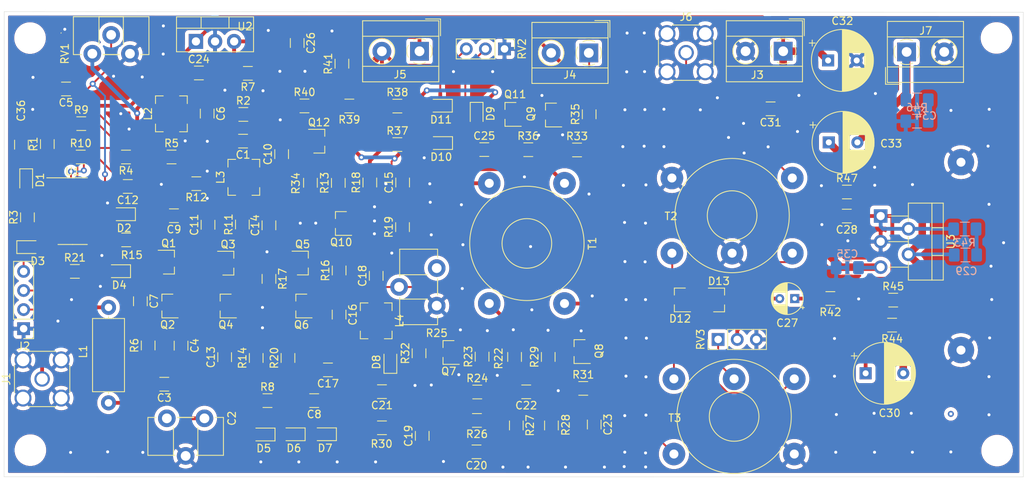
<source format=kicad_pcb>
(kicad_pcb (version 20171130) (host pcbnew "(5.1.5)-3")
  (layers (0 F.Cu signal) (31 B.Cu signal) (34 B.Paste user) (35 F.Paste user) (36 B.SilkS user) (37 F.SilkS user) (38 B.Mask user) (39 F.Mask user) (44 Edge.Cuts user))
  (net 0 "")
  (net 1 Vin-q2)
  (net 2 GND)
  (net 3 vQ1)
  (net 4 vsQ1)
  (net 5 Vin-q4)
  (net 6 Vin-q6)
  (net 7 VSource)
  (net 8 Mute)
  (net 9 vQ1Q2)
  (net 10 VQ5)
  (net 11 Vin2)
  (net 12 AGC)
  (net 13 Vcc)
  (net 14 IF)
  (net 15 V12v)
  (net 16 "Net-(C1-Pad2)")
  (net 17 "Net-(C2-Pad1)")
  (net 18 "Net-(C5-Pad1)")
  (net 19 "Net-(C7-Pad1)")
  (net 20 "Net-(C9-Pad2)")
  (net 21 "Net-(C10-Pad1)")
  (net 22 "Net-(C11-Pad1)")
  (net 23 "Net-(C12-Pad2)")
  (net 24 "Net-(C13-Pad2)")
  (net 25 "Net-(C14-Pad2)")
  (net 26 "Net-(C15-Pad1)")
  (net 27 "Net-(C16-Pad1)")
  (net 28 "Net-(C17-Pad2)")
  (net 29 "Net-(C18-Pad1)")
  (net 30 "Net-(C20-Pad1)")
  (net 31 "Net-(C20-Pad2)")
  (net 32 "Net-(C21-Pad1)")
  (net 33 "Net-(C22-Pad2)")
  (net 34 "Net-(C23-Pad1)")
  (net 35 "Net-(C25-Pad1)")
  (net 36 "Net-(C25-Pad2)")
  (net 37 "Net-(C27-Pad2)")
  (net 38 "Net-(C27-Pad1)")
  (net 39 "Net-(C28-Pad1)")
  (net 40 "Net-(C29-Pad2)")
  (net 41 "Net-(C29-Pad1)")
  (net 42 "Net-(C30-Pad2)")
  (net 43 "Net-(C33-Pad2)")
  (net 44 "Net-(C34-Pad1)")
  (net 45 "Net-(D1-Pad1)")
  (net 46 "Net-(D1-Pad2)")
  (net 47 "Net-(D2-Pad1)")
  (net 48 "Net-(D3-Pad2)")
  (net 49 "Net-(D3-Pad1)")
  (net 50 "Net-(D4-Pad1)")
  (net 51 "Net-(D4-Pad2)")
  (net 52 "Net-(D5-Pad1)")
  (net 53 "Net-(D6-Pad1)")
  (net 54 "Net-(D8-Pad2)")
  (net 55 "Net-(D10-Pad2)")
  (net 56 "Net-(D10-Pad1)")
  (net 57 "Net-(D12-Pad3)")
  (net 58 "Net-(D12-Pad2)")
  (net 59 "Net-(D12-Pad1)")
  (net 60 "Net-(D13-Pad3)")
  (net 61 "Net-(J1-Pad1)")
  (net 62 "Net-(J4-Pad1)")
  (net 63 "Net-(J6-Pad1)")
  (net 64 "Net-(Q3-Pad2)")
  (net 65 "Net-(Q5-Pad2)")
  (net 66 "Net-(Q8-Pad3)")
  (net 67 "Net-(Q8-Pad2)")
  (net 68 "Net-(Q8-Pad1)")
  (net 69 "Net-(Q9-Pad1)")
  (net 70 "Net-(Q11-Pad1)")
  (net 71 "Net-(Q12-Pad1)")
  (net 72 "Net-(R39-Pad1)")
  (net 73 "Net-(RV3-Pad1)")
  (net 74 "Net-(C36-Pad2)")
  (net 75 "Net-(J2-Pad3)")
  (module Connector_PinHeader_2.54mm:PinHeader_1x04_P2.54mm_Vertical (layer F.Cu) (at 44.43476 90.2462 180)
    (fp_text reference J2 (at 0 -2.33) (layer F.SilkS))
    (fp_text value S-Meter)
    (pad 4 thru_hole oval (at 0 7.62 180) (size 1.7 1.7) (drill 1) (layers *.Cu *.Mask) (net 49 "Net-(D3-Pad1)"))
    (pad 3 thru_hole oval (at 0 5.08 180) (size 1.7 1.7) (drill 1) (layers *.Cu *.Mask) (net 75 "Net-(J2-Pad3)"))
    (pad 2 thru_hole oval (at 0 2.54 180) (size 1.7 1.7) (drill 1) (layers *.Cu *.Mask) (net 51 "Net-(D4-Pad2)"))
    (pad 1 thru_hole rect (at 0 0 180) (size 1.7 1.7) (drill 1) (layers *.Cu *.Mask) (net 2 GND))
  )
  (module Capacitor_SMD:C_1206_3216Metric_Pad1.42x1.75mm_HandSolder (layer F.Cu) (at 44.1452 65.76568 270)
    (fp_text reference C36 (at -4.5212 0.04572 90) (layer F.SilkS))
    (fp_text value 0.1u)
    (pad 2 smd roundrect (at 1.4875 0 270) (size 1.425 1.75) (layers F.Cu F.Paste F.Mask) (roundrect_rratio 0.175439) (net 74 "Net-(C36-Pad2)"))
    (pad 1 smd roundrect (at -1.4875 0 270) (size 1.425 1.75) (layers F.Cu F.Paste F.Mask) (roundrect_rratio 0.175439) (net 2 GND))
  )
  (module Potentiometer_THT:Potentiometer_ACP_CA9-H5_Horizontal (layer F.Cu) (at 99.33432 87.18804 180)
    (fp_text reference R25 (at 0 -3.65) (layer F.SilkS))
    (fp_text value 270)
    (pad 1 thru_hole circle (at 0 0 180) (size 2.34 2.34) (drill 1.3) (layers *.Cu *.Mask) (net 2 GND))
    (pad 2 thru_hole circle (at 5 2.5 180) (size 2.34 2.34) (drill 1.3) (layers *.Cu *.Mask) (net 29 "Net-(C18-Pad1)"))
    (pad 3 thru_hole circle (at 0 5 180) (size 2.34 2.34) (drill 1.3) (layers *.Cu *.Mask))
  )
  (module Connector_PinHeader_2.54mm:PinHeader_1x03_P2.54mm_Vertical (layer F.Cu) (at 136.73836 91.67876 90)
    (fp_text reference RV3 (at 0 -2.33 90) (layer F.SilkS))
    (fp_text value 10k)
    (pad 3 thru_hole oval (at 0 5.08 90) (size 1.7 1.7) (drill 1) (layers *.Cu *.Mask) (net 2 GND))
    (pad 2 thru_hole oval (at 0 2.54 90) (size 1.7 1.7) (drill 1) (layers *.Cu *.Mask) (net 37 "Net-(C27-Pad2)"))
    (pad 1 thru_hole rect (at 0 0 90) (size 1.7 1.7) (drill 1) (layers *.Cu *.Mask) (net 73 "Net-(RV3-Pad1)"))
  )
  (module Connector_Wire:SolderWirePad_1x01_Drill1.2mm (layer F.Cu) (at 169.0116 93.0974)
    (fp_text reference " " (at 0 -3.81) (layer F.SilkS))
    (fp_text value " ")
    (pad 1 thru_hole circle (at 0 0) (size 3.50012 3.50012) (drill 1.19888) (layers *.Cu *.Mask) (net 2 GND))
  )
  (module Connector_Wire:SolderWirePad_1x01_Drill1.2mm (layer F.Cu) (at 169.0116 68.0974)
    (fp_text reference " " (at 0 -3.81) (layer F.SilkS))
    (fp_text value " ")
    (pad 1 thru_hole circle (at 0 0) (size 3.50012 3.50012) (drill 1.19888) (layers *.Cu *.Mask) (net 2 GND))
  )
  (module MountingHole:MountingHole_3.2mm_M3 (layer F.Cu) (at 45.2882 51.58232)
    (fp_text reference " " (at 0 -4.2) (layer F.SilkS))
    (fp_text value " ")
    (pad 1 np_thru_hole circle (at 0 0) (size 3.2 3.2) (drill 3.2) (layers *.Cu *.Mask))
  )
  (module MountingHole:MountingHole_3.2mm_M3 (layer F.Cu) (at 45.33392 106.40568)
    (fp_text reference " " (at 0 -4.2) (layer F.SilkS))
    (fp_text value " ")
    (pad 1 np_thru_hole circle (at 0 0) (size 3.2 3.2) (drill 3.2) (layers *.Cu *.Mask))
  )
  (module MountingHole:MountingHole_3.2mm_M3 (layer F.Cu) (at 173.8122 106.46156)
    (fp_text reference " " (at 0 -4.2) (layer F.SilkS))
    (fp_text value " ")
    (pad 1 np_thru_hole circle (at 0 0) (size 3.2 3.2) (drill 3.2) (layers *.Cu *.Mask))
  )
  (module MountingHole:MountingHole_3.2mm_M3 (layer F.Cu) (at 173.73092 51.56708)
    (fp_text reference " " (at 0 -4.2) (layer F.SilkS))
    (fp_text value " ")
    (pad 1 np_thru_hole circle (at 0 0) (size 3.2 3.2) (drill 3.2) (layers *.Cu *.Mask))
  )
  (module Potentiometer_THT:Potentiometer_ACP_CA9-H2,5_Horizontal (layer F.Cu) (at 53.5686 53.66004 90)
    (fp_text reference RV1 (at 0 -3.65 90) (layer F.SilkS))
    (fp_text value R_POT)
    (pad 1 thru_hole circle (at 0 0 90) (size 2.34 2.34) (drill 1.3) (layers *.Cu *.Mask) (net 13 Vcc))
    (pad 2 thru_hole circle (at 2.5 2.5 90) (size 2.34 2.34) (drill 1.3) (layers *.Cu *.Mask) (net 18 "Net-(C5-Pad1)"))
    (pad 3 thru_hole circle (at 0 5 90) (size 2.34 2.34) (drill 1.3) (layers *.Cu *.Mask) (net 2 GND))
  )
  (module Diode_SMD:D_SOD-323 (layer F.Cu) (at 45.02912 79.39532)
    (fp_text reference D3 (at 1.28016 1.86436) (layer F.SilkS))
    (fp_text value D)
    (pad 2 smd rect (at 1.05 0) (size 0.6 0.45) (layers F.Cu F.Paste F.Mask) (net 48 "Net-(D3-Pad2)"))
    (pad 1 smd rect (at -1.05 0) (size 0.6 0.45) (layers F.Cu F.Paste F.Mask) (net 49 "Net-(D3-Pad1)"))
  )
  (module Capacitor_SMD:C_1206_3216Metric_Pad1.42x1.75mm_HandSolder (layer F.Cu) (at 50.06848 58.35396 180)
    (fp_text reference C5 (at 0 -1.82) (layer F.SilkS))
    (fp_text value 0.1u)
    (pad 2 smd roundrect (at 1.4875 0 180) (size 1.425 1.75) (layers F.Cu F.Paste F.Mask) (roundrect_rratio 0.175439) (net 2 GND))
    (pad 1 smd roundrect (at -1.4875 0 180) (size 1.425 1.75) (layers F.Cu F.Paste F.Mask) (roundrect_rratio 0.175439) (net 18 "Net-(C5-Pad1)"))
  )
  (module Capacitor_SMD:C_1206_3216Metric_Pad1.42x1.75mm_HandSolder (layer F.Cu) (at 97.409 104.50576 90)
    (fp_text reference C19 (at 0 -1.82 90) (layer F.SilkS))
    (fp_text value 0.1u)
    (pad 2 smd roundrect (at 1.4875 0 90) (size 1.425 1.75) (layers F.Cu F.Paste F.Mask) (roundrect_rratio 0.175439) (net 13 Vcc))
    (pad 1 smd roundrect (at -1.4875 0 90) (size 1.425 1.75) (layers F.Cu F.Paste F.Mask) (roundrect_rratio 0.175439) (net 2 GND))
  )
  (module Inductor_SMD:L_Bourns-SRN4018 (layer F.Cu) (at 91.29268 89.2048 90)
    (fp_text reference L4 (at 0 3.1 90) (layer F.SilkS))
    (fp_text value 120m)
    (pad 1 smd rect (at -1.525 0 90) (size 1.5 3.6) (layers F.Cu F.Paste F.Mask) (net 54 "Net-(D8-Pad2)"))
    (pad 2 smd rect (at 1.525 0 90) (size 1.5 3.6) (layers F.Cu F.Paste F.Mask) (net 29 "Net-(C18-Pad1)"))
  )
  (module Connector_PinHeader_2.54mm:PinHeader_1x03_P2.54mm_Vertical (layer F.Cu) (at 108.34624 53.02504 270)
    (fp_text reference RV2 (at 0 -2.33 90) (layer F.SilkS))
    (fp_text value 5k)
    (pad 3 thru_hole oval (at 0 5.08 270) (size 1.7 1.7) (drill 1) (layers *.Cu *.Mask) (net 72 "Net-(R39-Pad1)"))
    (pad 2 thru_hole oval (at 0 2.54 270) (size 1.7 1.7) (drill 1) (layers *.Cu *.Mask) (net 56 "Net-(D10-Pad1)"))
    (pad 1 thru_hole rect (at 0 0 270) (size 1.7 1.7) (drill 1) (layers *.Cu *.Mask) (net 2 GND))
  )
  (module TerminalBlock_MetzConnect:TerminalBlock_MetzConnect_Type055_RT01502HDWU_1x02_P5.00mm_Horizontal (layer F.Cu) (at 161.78784 53.42636)
    (fp_text reference J7 (at 2.55016 -2.80924) (layer F.SilkS))
    (fp_text value Speaker)
    (pad 2 thru_hole circle (at 5 0) (size 2.5 2.5) (drill 1.3) (layers *.Cu *.Mask) (net 2 GND))
    (pad 1 thru_hole rect (at 0 0) (size 2.5 2.5) (drill 1.3) (layers *.Cu *.Mask) (net 43 "Net-(C33-Pad2)"))
  )
  (module Capacitor_SMD:C_1206_3216Metric_Pad1.42x1.75mm_HandSolder (layer B.Cu) (at 163.17976 59.817 180)
    (fp_text reference C34 (at -1.16332 -2.11328) (layer B.SilkS) (effects (justify mirror)))
    (fp_text value 0.1u)
    (pad 2 smd roundrect (at 1.4875 0 180) (size 1.425 1.75) (layers B.Cu B.Paste B.Mask) (roundrect_rratio 0.175439) (net 43 "Net-(C33-Pad2)"))
    (pad 1 smd roundrect (at -1.4875 0 180) (size 1.425 1.75) (layers B.Cu B.Paste B.Mask) (roundrect_rratio 0.175439) (net 44 "Net-(C34-Pad1)"))
  )
  (module Capacitor_SMD:C_1206_3216Metric_Pad1.42x1.75mm_HandSolder (layer F.Cu) (at 143.7132 60.99556 180)
    (fp_text reference C31 (at 0 -1.82) (layer F.SilkS))
    (fp_text value 100nf)
    (pad 2 smd roundrect (at 1.4875 0 180) (size 1.425 1.75) (layers F.Cu F.Paste F.Mask) (roundrect_rratio 0.175439) (net 2 GND))
    (pad 1 smd roundrect (at -1.4875 0 180) (size 1.425 1.75) (layers F.Cu F.Paste F.Mask) (roundrect_rratio 0.175439) (net 15 V12v))
  )
  (module Capacitor_SMD:C_1206_3216Metric_Pad1.42x1.75mm_HandSolder (layer B.Cu) (at 169.60596 80.4418 180)
    (fp_text reference C29 (at -0.127 -2.14884) (layer B.SilkS) (effects (justify mirror)))
    (fp_text value 39nf)
    (pad 2 smd roundrect (at 1.4875 0 180) (size 1.425 1.75) (layers B.Cu B.Paste B.Mask) (roundrect_rratio 0.175439) (net 40 "Net-(C29-Pad2)"))
    (pad 1 smd roundrect (at -1.4875 0 180) (size 1.425 1.75) (layers B.Cu B.Paste B.Mask) (roundrect_rratio 0.175439) (net 41 "Net-(C29-Pad1)"))
  )
  (module Capacitor_SMD:C_1206_3216Metric_Pad1.42x1.75mm_HandSolder (layer F.Cu) (at 153.83764 75.2602 180)
    (fp_text reference C28 (at 0 -1.82) (layer F.SilkS))
    (fp_text value 820p)
    (pad 2 smd roundrect (at 1.4875 0 180) (size 1.425 1.75) (layers F.Cu F.Paste F.Mask) (roundrect_rratio 0.175439) (net 2 GND))
    (pad 1 smd roundrect (at -1.4875 0 180) (size 1.425 1.75) (layers F.Cu F.Paste F.Mask) (roundrect_rratio 0.175439) (net 39 "Net-(C28-Pad1)"))
  )
  (module Resistor_SMD:R_1206_3216Metric_Pad1.42x1.75mm_HandSolder (layer B.Cu) (at 163.16452 62.64148 180)
    (fp_text reference R46 (at 0 1.82) (layer B.SilkS) (effects (justify mirror)))
    (fp_text value 1)
    (pad 2 smd roundrect (at 1.4875 0 180) (size 1.425 1.75) (layers B.Cu B.Paste B.Mask) (roundrect_rratio 0.175439) (net 2 GND))
    (pad 1 smd roundrect (at -1.4875 0 180) (size 1.425 1.75) (layers B.Cu B.Paste B.Mask) (roundrect_rratio 0.175439) (net 44 "Net-(C34-Pad1)"))
  )
  (module Capacitor_THT:CP_Radial_D4.0mm_P2.00mm (layer F.Cu) (at 146.91868 86.24316 180)
    (fp_text reference C27 (at 1 -3.25) (layer F.SilkS))
    (fp_text value 1u)
    (pad 2 thru_hole circle (at 2 0 180) (size 1.2 1.2) (drill 0.6) (layers *.Cu *.Mask) (net 37 "Net-(C27-Pad2)"))
    (pad 1 thru_hole rect (at 0 0 180) (size 1.2 1.2) (drill 0.6) (layers *.Cu *.Mask) (net 38 "Net-(C27-Pad1)"))
  )
  (module Capacitor_SMD:C_1206_3216Metric_Pad1.42x1.75mm_HandSolder (layer F.Cu) (at 59.95416 86.59876 270)
    (fp_text reference C7 (at 0 -1.82 90) (layer F.SilkS))
    (fp_text value 0.01u)
    (pad 1 smd roundrect (at -1.4875 0 270) (size 1.425 1.75) (layers F.Cu F.Paste F.Mask) (roundrect_rratio 0.175439) (net 19 "Net-(C7-Pad1)"))
    (pad 2 smd roundrect (at 1.4875 0 270) (size 1.425 1.75) (layers F.Cu F.Paste F.Mask) (roundrect_rratio 0.175439) (net 2 GND))
  )
  (module Inductor_THT:L_Axial_L9.5mm_D4.0mm_P12.70mm_Horizontal_Fastron_SMCC (layer F.Cu) (at 55.71744 87.41156 270)
    (fp_text reference L1 (at 5.8928 3.36804 90) (layer F.SilkS))
    (fp_text value 120m)
    (pad 2 thru_hole oval (at 12.7 0 270) (size 2 2) (drill 1) (layers *.Cu *.Mask) (net 17 "Net-(C2-Pad1)"))
    (pad 1 thru_hole circle (at 0 0 270) (size 2 2) (drill 1) (layers *.Cu *.Mask) (net 61 "Net-(J1-Pad1)"))
  )
  (module TerminalBlock_MetzConnect:TerminalBlock_MetzConnect_Type055_RT01502HDWU_1x02_P5.00mm_Horizontal (layer F.Cu) (at 145.38452 53.33492 180)
    (fp_text reference J3 (at 3.44424 -3.15976) (layer F.SilkS))
    (fp_text value Vcc)
    (pad 1 thru_hole rect (at 0 0 180) (size 2.5 2.5) (drill 1.3) (layers *.Cu *.Mask) (net 15 V12v))
    (pad 2 thru_hole circle (at 5 0 180) (size 2.5 2.5) (drill 1.3) (layers *.Cu *.Mask) (net 2 GND))
  )
  (module TerminalBlock_MetzConnect:TerminalBlock_MetzConnect_Type055_RT01502HDWU_1x02_P5.00mm_Horizontal (layer F.Cu) (at 119.54764 53.55844 180)
    (fp_text reference J4 (at 2.52476 -2.92608) (layer F.SilkS))
    (fp_text value "AGC Off")
    (pad 2 thru_hole circle (at 5 0 180) (size 2.5 2.5) (drill 1.3) (layers *.Cu *.Mask) (net 13 Vcc))
    (pad 1 thru_hole rect (at 0 0 180) (size 2.5 2.5) (drill 1.3) (layers *.Cu *.Mask) (net 62 "Net-(J4-Pad1)"))
  )
  (module Potentiometer_THT:Potentiometer_ACP_CA9-H5_Horizontal (layer F.Cu) (at 68.46824 102.17404 270)
    (fp_text reference C2 (at 0 -3.65 90) (layer F.SilkS))
    (fp_text value C_Variable)
    (pad 1 thru_hole circle (at 0 0 270) (size 2.34 2.34) (drill 1.3) (layers *.Cu *.Mask) (net 17 "Net-(C2-Pad1)"))
    (pad 2 thru_hole circle (at 5 2.5 270) (size 2.34 2.34) (drill 1.3) (layers *.Cu *.Mask) (net 2 GND))
    (pad 3 thru_hole circle (at 0 5 270) (size 2.34 2.34) (drill 1.3) (layers *.Cu *.Mask))
  )
  (module TerminalBlock_MetzConnect:TerminalBlock_MetzConnect_Type055_RT01502HDWU_1x02_P5.00mm_Horizontal (layer F.Cu) (at 97.04832 53.34 180)
    (fp_text reference J5 (at 2.58064 -3.0988) (layer F.SilkS))
    (fp_text value Mute)
    (pad 1 thru_hole rect (at 0 0 180) (size 2.5 2.5) (drill 1.3) (layers *.Cu *.Mask) (net 8 Mute))
    (pad 2 thru_hole circle (at 5 0 180) (size 2.5 2.5) (drill 1.3) (layers *.Cu *.Mask) (net 13 Vcc))
  )
  (module Connector_Coaxial:SMA_Amphenol_132134_Vertical (layer F.Cu) (at 46.89348 96.93656 90)
    (fp_text reference J1 (at 0 -4.75 90) (layer F.SilkS))
    (fp_text value Conn_Coaxial)
    (pad 1 thru_hole circle (at 0 0 90) (size 2.05 2.05) (drill 1.5) (layers *.Cu *.Mask) (net 61 "Net-(J1-Pad1)"))
    (pad 2 thru_hole circle (at 2.54 2.54 90) (size 2.25 2.25) (drill 1.7) (layers *.Cu *.Mask) (net 2 GND))
    (pad 2 thru_hole circle (at 2.54 -2.54 90) (size 2.25 2.25) (drill 1.7) (layers *.Cu *.Mask) (net 2 GND))
    (pad 2 thru_hole circle (at -2.54 -2.54 90) (size 2.25 2.25) (drill 1.7) (layers *.Cu *.Mask) (net 2 GND))
    (pad 2 thru_hole circle (at -2.54 2.54 90) (size 2.25 2.25) (drill 1.7) (layers *.Cu *.Mask) (net 2 GND))
  )
  (module Capacitor_SMD:C_1206_3216Metric_Pad1.42x1.75mm_HandSolder (layer F.Cu) (at 63.12916 97.63252 180)
    (fp_text reference C3 (at 0 -1.82) (layer F.SilkS))
    (fp_text value 0.01u)
    (pad 1 smd roundrect (at -1.4875 0 180) (size 1.425 1.75) (layers F.Cu F.Paste F.Mask) (roundrect_rratio 0.175439) (net 2 GND))
    (pad 2 smd roundrect (at 1.4875 0 180) (size 1.425 1.75) (layers F.Cu F.Paste F.Mask) (roundrect_rratio 0.175439) (net 17 "Net-(C2-Pad1)"))
  )
  (module Capacitor_SMD:C_1206_3216Metric_Pad1.42x1.75mm_HandSolder (layer F.Cu) (at 65.35928 92.50172 270)
    (fp_text reference C4 (at 0 -1.82 90) (layer F.SilkS))
    (fp_text value 0.01u)
    (pad 1 smd roundrect (at -1.4875 0 270) (size 1.425 1.75) (layers F.Cu F.Paste F.Mask) (roundrect_rratio 0.175439) (net 1 Vin-q2))
    (pad 2 smd roundrect (at 1.4875 0 270) (size 1.425 1.75) (layers F.Cu F.Paste F.Mask) (roundrect_rratio 0.175439) (net 17 "Net-(C2-Pad1)"))
  )
  (module Capacitor_SMD:C_1206_3216Metric_Pad1.42x1.75mm_HandSolder (layer F.Cu) (at 68.82892 61.63056 270)
    (fp_text reference C6 (at 0 -1.82 90) (layer F.SilkS))
    (fp_text value 0.1u)
    (pad 2 smd roundrect (at 1.4875 0 270) (size 1.425 1.75) (layers F.Cu F.Paste F.Mask) (roundrect_rratio 0.175439) (net 2 GND))
    (pad 1 smd roundrect (at -1.4875 0 270) (size 1.425 1.75) (layers F.Cu F.Paste F.Mask) (roundrect_rratio 0.175439) (net 3 vQ1))
  )
  (module Capacitor_SMD:C_1206_3216Metric_Pad1.42x1.75mm_HandSolder (layer F.Cu) (at 83.05292 99.81692 180)
    (fp_text reference C8 (at 0 -1.82) (layer F.SilkS))
    (fp_text value 0.1u)
    (pad 2 smd roundrect (at 1.4875 0 180) (size 1.425 1.75) (layers F.Cu F.Paste F.Mask) (roundrect_rratio 0.175439) (net 4 vsQ1))
    (pad 1 smd roundrect (at -1.4875 0 180) (size 1.425 1.75) (layers F.Cu F.Paste F.Mask) (roundrect_rratio 0.175439) (net 2 GND))
  )
  (module Capacitor_SMD:C_1206_3216Metric_Pad1.42x1.75mm_HandSolder (layer F.Cu) (at 64.4144 75.21956 180)
    (fp_text reference C9 (at 0 -1.82) (layer F.SilkS))
    (fp_text value 0.01u)
    (pad 2 smd roundrect (at 1.4875 0 180) (size 1.425 1.75) (layers F.Cu F.Paste F.Mask) (roundrect_rratio 0.175439) (net 20 "Net-(C9-Pad2)"))
    (pad 1 smd roundrect (at -1.4875 0 180) (size 1.425 1.75) (layers F.Cu F.Paste F.Mask) (roundrect_rratio 0.175439) (net 5 Vin-q4))
  )
  (module Capacitor_SMD:C_1206_3216Metric_Pad1.42x1.75mm_HandSolder (layer F.Cu) (at 78.72476 67.02552 90)
    (fp_text reference C10 (at 0 -1.82 90) (layer F.SilkS))
    (fp_text value 0.1u)
    (pad 1 smd roundrect (at -1.4875 0 90) (size 1.425 1.75) (layers F.Cu F.Paste F.Mask) (roundrect_rratio 0.175439) (net 21 "Net-(C10-Pad1)"))
    (pad 2 smd roundrect (at 1.4875 0 90) (size 1.425 1.75) (layers F.Cu F.Paste F.Mask) (roundrect_rratio 0.175439) (net 2 GND))
  )
  (module Capacitor_SMD:C_1206_3216Metric_Pad1.42x1.75mm_HandSolder (layer F.Cu) (at 68.94068 76.42352 90)
    (fp_text reference C11 (at 0 -1.82 90) (layer F.SilkS))
    (fp_text value 0.01u)
    (pad 1 smd roundrect (at -1.4875 0 90) (size 1.425 1.75) (layers F.Cu F.Paste F.Mask) (roundrect_rratio 0.175439) (net 22 "Net-(C11-Pad1)"))
    (pad 2 smd roundrect (at 1.4875 0 90) (size 1.425 1.75) (layers F.Cu F.Paste F.Mask) (roundrect_rratio 0.175439) (net 2 GND))
  )
  (module Capacitor_SMD:C_1206_3216Metric_Pad1.42x1.75mm_HandSolder (layer F.Cu) (at 71.15048 94.03588 90)
    (fp_text reference C13 (at 0 -1.82 90) (layer F.SilkS))
    (fp_text value 0.1u)
    (pad 1 smd roundrect (at -1.4875 0 90) (size 1.425 1.75) (layers F.Cu F.Paste F.Mask) (roundrect_rratio 0.175439) (net 2 GND))
    (pad 2 smd roundrect (at 1.4875 0 90) (size 1.425 1.75) (layers F.Cu F.Paste F.Mask) (roundrect_rratio 0.175439) (net 24 "Net-(C13-Pad2)"))
  )
  (module Capacitor_SMD:C_1206_3216Metric_Pad1.42x1.75mm_HandSolder (layer F.Cu) (at 77.0382 76.49464 90)
    (fp_text reference C14 (at 0 -1.82 90) (layer F.SilkS))
    (fp_text value 0.01u)
    (pad 2 smd roundrect (at 1.4875 0 90) (size 1.425 1.75) (layers F.Cu F.Paste F.Mask) (roundrect_rratio 0.175439) (net 25 "Net-(C14-Pad2)"))
    (pad 1 smd roundrect (at -1.4875 0 90) (size 1.425 1.75) (layers F.Cu F.Paste F.Mask) (roundrect_rratio 0.175439) (net 6 Vin-q6))
  )
  (module Capacitor_SMD:C_1206_3216Metric_Pad1.42x1.75mm_HandSolder (layer F.Cu) (at 94.80804 70.79996 90)
    (fp_text reference C15 (at 0 -1.82 90) (layer F.SilkS))
    (fp_text value 0.1u)
    (pad 1 smd roundrect (at -1.4875 0 90) (size 1.425 1.75) (layers F.Cu F.Paste F.Mask) (roundrect_rratio 0.175439) (net 26 "Net-(C15-Pad1)"))
    (pad 2 smd roundrect (at 1.4875 0 90) (size 1.425 1.75) (layers F.Cu F.Paste F.Mask) (roundrect_rratio 0.175439) (net 2 GND))
  )
  (module Capacitor_SMD:C_1206_3216Metric_Pad1.42x1.75mm_HandSolder (layer F.Cu) (at 84.88172 95.72752 180)
    (fp_text reference C17 (at 0 -1.82) (layer F.SilkS))
    (fp_text value 0.1u)
    (pad 2 smd roundrect (at 1.4875 0 180) (size 1.425 1.75) (layers F.Cu F.Paste F.Mask) (roundrect_rratio 0.175439) (net 28 "Net-(C17-Pad2)"))
    (pad 1 smd roundrect (at -1.4875 0 180) (size 1.425 1.75) (layers F.Cu F.Paste F.Mask) (roundrect_rratio 0.175439) (net 2 GND))
  )
  (module Capacitor_SMD:C_1206_3216Metric_Pad1.42x1.75mm_HandSolder (layer F.Cu) (at 91.29268 83.21548 90)
    (fp_text reference C18 (at 0 -1.82 90) (layer F.SilkS))
    (fp_text value 0.1u)
    (pad 2 smd roundrect (at 1.4875 0 90) (size 1.425 1.75) (layers F.Cu F.Paste F.Mask) (roundrect_rratio 0.175439) (net 2 GND))
    (pad 1 smd roundrect (at -1.4875 0 90) (size 1.425 1.75) (layers F.Cu F.Paste F.Mask) (roundrect_rratio 0.175439) (net 29 "Net-(C18-Pad1)"))
  )
  (module Capacitor_SMD:C_1206_3216Metric_Pad1.42x1.75mm_HandSolder (layer F.Cu) (at 104.62768 106.6292 180)
    (fp_text reference C20 (at 0 -1.82) (layer F.SilkS))
    (fp_text value 0.1u)
    (pad 1 smd roundrect (at -1.4875 0 180) (size 1.425 1.75) (layers F.Cu F.Paste F.Mask) (roundrect_rratio 0.175439) (net 30 "Net-(C20-Pad1)"))
    (pad 2 smd roundrect (at 1.4875 0 180) (size 1.425 1.75) (layers F.Cu F.Paste F.Mask) (roundrect_rratio 0.175439) (net 31 "Net-(C20-Pad2)"))
  )
  (module Capacitor_SMD:C_1206_3216Metric_Pad1.42x1.75mm_HandSolder (layer F.Cu) (at 92.05976 98.62312 180)
    (fp_text reference C21 (at 0 -1.82) (layer F.SilkS))
    (fp_text value 0.01u)
    (pad 2 smd roundrect (at 1.4875 0 180) (size 1.425 1.75) (layers F.Cu F.Paste F.Mask) (roundrect_rratio 0.175439) (net 2 GND))
    (pad 1 smd roundrect (at -1.4875 0 180) (size 1.425 1.75) (layers F.Cu F.Paste F.Mask) (roundrect_rratio 0.175439) (net 32 "Net-(C21-Pad1)"))
  )
  (module Capacitor_SMD:C_1206_3216Metric_Pad1.42x1.75mm_HandSolder (layer F.Cu) (at 111.23168 98.64852 180)
    (fp_text reference C22 (at 0 -1.82) (layer F.SilkS))
    (fp_text value 0.1u)
    (pad 2 smd roundrect (at 1.4875 0 180) (size 1.425 1.75) (layers F.Cu F.Paste F.Mask) (roundrect_rratio 0.175439) (net 33 "Net-(C22-Pad2)"))
    (pad 1 smd roundrect (at -1.4875 0 180) (size 1.425 1.75) (layers F.Cu F.Paste F.Mask) (roundrect_rratio 0.175439) (net 2 GND))
  )
  (module Capacitor_SMD:C_1206_3216Metric_Pad1.42x1.75mm_HandSolder (layer F.Cu) (at 120.269 102.997 270)
    (fp_text reference C23 (at 0 -1.82 90) (layer F.SilkS))
    (fp_text value 0.1u)
    (pad 1 smd roundrect (at -1.4875 0 270) (size 1.425 1.75) (layers F.Cu F.Paste F.Mask) (roundrect_rratio 0.175439) (net 34 "Net-(C23-Pad1)"))
    (pad 2 smd roundrect (at 1.4875 0 270) (size 1.425 1.75) (layers F.Cu F.Paste F.Mask) (roundrect_rratio 0.175439) (net 14 IF))
  )
  (module Capacitor_SMD:C_1206_3216Metric_Pad1.42x1.75mm_HandSolder (layer F.Cu) (at 105.65892 66.421)
    (fp_text reference C25 (at 0 -1.82) (layer F.SilkS))
    (fp_text value 4.7u)
    (pad 1 smd roundrect (at -1.4875 0) (size 1.425 1.75) (layers F.Cu F.Paste F.Mask) (roundrect_rratio 0.175439) (net 35 "Net-(C25-Pad1)"))
    (pad 2 smd roundrect (at 1.4875 0) (size 1.425 1.75) (layers F.Cu F.Paste F.Mask) (roundrect_rratio 0.175439) (net 36 "Net-(C25-Pad2)"))
  )
  (module Inductor_SMD:L_Bourns-SRN4018 (layer F.Cu) (at 64.07404 61.66104 270)
    (fp_text reference L2 (at 0 3.1 90) (layer F.SilkS))
    (fp_text value 120m)
    (pad 2 smd rect (at 1.525 0 270) (size 1.5 3.6) (layers F.Cu F.Paste F.Mask) (net 20 "Net-(C9-Pad2)"))
    (pad 1 smd rect (at -1.525 0 270) (size 1.5 3.6) (layers F.Cu F.Paste F.Mask) (net 3 vQ1))
  )
  (module Inductor_SMD:L_Bourns-SRN4018 (layer F.Cu) (at 73.70064 70.11008 270)
    (fp_text reference L3 (at 0 3.1 90) (layer F.SilkS))
    (fp_text value 120m)
    (pad 1 smd rect (at -1.525 0 270) (size 1.5 3.6) (layers F.Cu F.Paste F.Mask) (net 21 "Net-(C10-Pad1)"))
    (pad 2 smd rect (at 1.525 0 270) (size 1.5 3.6) (layers F.Cu F.Paste F.Mask) (net 25 "Net-(C14-Pad2)"))
  )
  (module Resistor_SMD:R_1206_3216Metric_Pad1.42x1.75mm_HandSolder (layer F.Cu) (at 64.09436 67.40144)
    (fp_text reference R5 (at 0 -1.82) (layer F.SilkS))
    (fp_text value 220)
    (pad 2 smd roundrect (at 1.4875 0) (size 1.425 1.75) (layers F.Cu F.Paste F.Mask) (roundrect_rratio 0.175439) (net 12 AGC))
    (pad 1 smd roundrect (at -1.4875 0) (size 1.425 1.75) (layers F.Cu F.Paste F.Mask) (roundrect_rratio 0.175439) (net 19 "Net-(C7-Pad1)"))
  )
  (module Resistor_SMD:R_1206_3216Metric_Pad1.42x1.75mm_HandSolder (layer F.Cu) (at 60.9854 92.47632 90)
    (fp_text reference R6 (at 0 -1.82 90) (layer F.SilkS))
    (fp_text value 3k)
    (pad 2 smd roundrect (at 1.4875 0 90) (size 1.425 1.75) (layers F.Cu F.Paste F.Mask) (roundrect_rratio 0.175439) (net 1 Vin-q2))
    (pad 1 smd roundrect (at -1.4875 0 90) (size 1.425 1.75) (layers F.Cu F.Paste F.Mask) (roundrect_rratio 0.175439) (net 2 GND))
  )
  (module Resistor_SMD:R_1206_3216Metric_Pad1.42x1.75mm_HandSolder (layer F.Cu) (at 74.23912 56.27624 180)
    (fp_text reference R7 (at 0 -1.82) (layer F.SilkS))
    (fp_text value 100)
    (pad 2 smd roundrect (at 1.4875 0 180) (size 1.425 1.75) (layers F.Cu F.Paste F.Mask) (roundrect_rratio 0.175439) (net 13 Vcc))
    (pad 1 smd roundrect (at -1.4875 0 180) (size 1.425 1.75) (layers F.Cu F.Paste F.Mask) (roundrect_rratio 0.175439) (net 3 vQ1))
  )
  (module Resistor_SMD:R_1206_3216Metric_Pad1.42x1.75mm_HandSolder (layer F.Cu) (at 76.84516 99.81692)
    (fp_text reference R8 (at 0 -1.82) (layer F.SilkS))
    (fp_text value 180)
    (pad 1 smd roundrect (at -1.4875 0) (size 1.425 1.75) (layers F.Cu F.Paste F.Mask) (roundrect_rratio 0.175439) (net 7 VSource))
    (pad 2 smd roundrect (at 1.4875 0) (size 1.425 1.75) (layers F.Cu F.Paste F.Mask) (roundrect_rratio 0.175439) (net 4 vsQ1))
  )
  (module Resistor_SMD:R_1206_3216Metric_Pad1.42x1.75mm_HandSolder (layer F.Cu) (at 73.5076 76.38288 90)
    (fp_text reference R11 (at 0 -1.82 90) (layer F.SilkS))
    (fp_text value 220)
    (pad 1 smd roundrect (at -1.4875 0 90) (size 1.425 1.75) (layers F.Cu F.Paste F.Mask) (roundrect_rratio 0.175439) (net 22 "Net-(C11-Pad1)"))
    (pad 2 smd roundrect (at 1.4875 0 90) (size 1.425 1.75) (layers F.Cu F.Paste F.Mask) (roundrect_rratio 0.175439) (net 12 AGC))
  )
  (module Resistor_SMD:R_1206_3216Metric_Pad1.42x1.75mm_HandSolder (layer F.Cu) (at 67.3862 70.95744 180)
    (fp_text reference R12 (at 0 -1.82) (layer F.SilkS))
    (fp_text value 1k)
    (pad 1 smd roundrect (at -1.4875 0 180) (size 1.425 1.75) (layers F.Cu F.Paste F.Mask) (roundrect_rratio 0.175439) (net 2 GND))
    (pad 2 smd roundrect (at 1.4875 0 180) (size 1.425 1.75) (layers F.Cu F.Paste F.Mask) (roundrect_rratio 0.175439) (net 5 Vin-q4))
  )
  (module Resistor_SMD:R_1206_3216Metric_Pad1.42x1.75mm_HandSolder (layer F.Cu) (at 86.2584 70.85076 90)
    (fp_text reference R13 (at 0 -1.82 90) (layer F.SilkS))
    (fp_text value 100)
    (pad 1 smd roundrect (at -1.4875 0 90) (size 1.425 1.75) (layers F.Cu F.Paste F.Mask) (roundrect_rratio 0.175439) (net 21 "Net-(C10-Pad1)"))
    (pad 2 smd roundrect (at 1.4875 0 90) (size 1.425 1.75) (layers F.Cu F.Paste F.Mask) (roundrect_rratio 0.175439) (net 13 Vcc))
  )
  (module Resistor_SMD:R_1206_3216Metric_Pad1.42x1.75mm_HandSolder (layer F.Cu) (at 75.34656 94.14256 90)
    (fp_text reference R14 (at 0 -1.82 90) (layer F.SilkS))
    (fp_text value 180)
    (pad 2 smd roundrect (at 1.4875 0 90) (size 1.425 1.75) (layers F.Cu F.Paste F.Mask) (roundrect_rratio 0.175439) (net 24 "Net-(C13-Pad2)"))
    (pad 1 smd roundrect (at -1.4875 0 90) (size 1.425 1.75) (layers F.Cu F.Paste F.Mask) (roundrect_rratio 0.175439) (net 7 VSource))
  )
  (module Resistor_SMD:R_1206_3216Metric_Pad1.42x1.75mm_HandSolder (layer F.Cu) (at 86.36508 82.4992 90)
    (fp_text reference R16 (at 0 -1.82 90) (layer F.SilkS))
    (fp_text value 220)
    (pad 2 smd roundrect (at 1.4875 0 90) (size 1.425 1.75) (layers F.Cu F.Paste F.Mask) (roundrect_rratio 0.175439) (net 12 AGC))
    (pad 1 smd roundrect (at -1.4875 0 90) (size 1.425 1.75) (layers F.Cu F.Paste F.Mask) (roundrect_rratio 0.175439) (net 27 "Net-(C16-Pad1)"))
  )
  (module Resistor_SMD:R_1206_3216Metric_Pad1.42x1.75mm_HandSolder (layer F.Cu) (at 77.04328 83.62188 270)
    (fp_text reference R17 (at 0 -1.82 90) (layer F.SilkS))
    (fp_text value 1k)
    (pad 1 smd roundrect (at -1.4875 0 270) (size 1.425 1.75) (layers F.Cu F.Paste F.Mask) (roundrect_rratio 0.175439) (net 2 GND))
    (pad 2 smd roundrect (at 1.4875 0 270) (size 1.425 1.75) (layers F.Cu F.Paste F.Mask) (roundrect_rratio 0.175439) (net 6 Vin-q6))
  )
  (module Resistor_SMD:R_1206_3216Metric_Pad1.42x1.75mm_HandSolder (layer F.Cu) (at 90.4494 70.79996 90)
    (fp_text reference R18 (at 0 -1.82 90) (layer F.SilkS))
    (fp_text value 100)
    (pad 1 smd roundrect (at -1.4875 0 90) (size 1.425 1.75) (layers F.Cu F.Paste F.Mask) (roundrect_rratio 0.175439) (net 26 "Net-(C15-Pad1)"))
    (pad 2 smd roundrect (at 1.4875 0 90) (size 1.425 1.75) (layers F.Cu F.Paste F.Mask) (roundrect_rratio 0.175439) (net 13 Vcc))
  )
  (module Resistor_SMD:R_1206_3216Metric_Pad1.42x1.75mm_HandSolder (layer F.Cu) (at 94.7928 76.7334 90)
    (fp_text reference R19 (at 0 -1.82 90) (layer F.SilkS))
    (fp_text value 3.3k)
    (pad 1 smd roundrect (at -1.4875 0 90) (size 1.425 1.75) (layers F.Cu F.Paste F.Mask) (roundrect_rratio 0.175439) (net 10 VQ5))
    (pad 2 smd roundrect (at 1.4875 0 90) (size 1.425 1.75) (layers F.Cu F.Paste F.Mask) (roundrect_rratio 0.175439) (net 26 "Net-(C15-Pad1)"))
  )
  (module Resistor_SMD:R_1206_3216Metric_Pad1.42x1.75mm_HandSolder (layer F.Cu) (at 79.56804 94.14256 90)
    (fp_text reference R20 (at 0 -1.82 90) (layer F.SilkS))
    (fp_text value 180)
    (pad 1 smd roundrect (at -1.4875 0 90) (size 1.425 1.75) (layers F.Cu F.Paste F.Mask) (roundrect_rratio 0.175439) (net 7 VSource))
    (pad 2 smd roundrect (at 1.4875 0 90) (size 1.425 1.75) (layers F.Cu F.Paste F.Mask) (roundrect_rratio 0.175439) (net 28 "Net-(C17-Pad2)"))
  )
  (module Resistor_SMD:R_1206_3216Metric_Pad1.42x1.75mm_HandSolder (layer F.Cu) (at 109.68228 94.0054 270)
    (fp_text reference R22 (at 0.2032 2.11836 90) (layer F.SilkS))
    (fp_text value 4.7k)
    (pad 1 smd roundrect (at -1.4875 0 270) (size 1.425 1.75) (layers F.Cu F.Paste F.Mask) (roundrect_rratio 0.175439) (net 11 Vin2))
    (pad 2 smd roundrect (at 1.4875 0 270) (size 1.425 1.75) (layers F.Cu F.Paste F.Mask) (roundrect_rratio 0.175439) (net 33 "Net-(C22-Pad2)"))
  )
  (module Resistor_SMD:R_1206_3216Metric_Pad1.42x1.75mm_HandSolder (layer F.Cu) (at 105.36428 93.96476 90)
    (fp_text reference R23 (at 0 -1.82 90) (layer F.SilkS))
    (fp_text value 10k)
    (pad 2 smd roundrect (at 1.4875 0 90) (size 1.425 1.75) (layers F.Cu F.Paste F.Mask) (roundrect_rratio 0.175439) (net 11 Vin2))
    (pad 1 smd roundrect (at -1.4875 0 90) (size 1.425 1.75) (layers F.Cu F.Paste F.Mask) (roundrect_rratio 0.175439) (net 2 GND))
  )
  (module Resistor_SMD:R_1206_3216Metric_Pad1.42x1.75mm_HandSolder (layer F.Cu) (at 104.7242 98.66884)
    (fp_text reference R24 (at 0 -1.82) (layer F.SilkS))
    (fp_text value 680)
    (pad 2 smd roundrect (at 1.4875 0) (size 1.425 1.75) (layers F.Cu F.Paste F.Mask) (roundrect_rratio 0.175439) (net 33 "Net-(C22-Pad2)"))
    (pad 1 smd roundrect (at -1.4875 0) (size 1.425 1.75) (layers F.Cu F.Paste F.Mask) (roundrect_rratio 0.175439) (net 31 "Net-(C20-Pad2)"))
  )
  (module Resistor_SMD:R_1206_3216Metric_Pad1.42x1.75mm_HandSolder (layer F.Cu) (at 104.68356 102.45344 180)
    (fp_text reference R26 (at 0 -1.82) (layer F.SilkS))
    (fp_text value 180)
    (pad 2 smd roundrect (at 1.4875 0 180) (size 1.425 1.75) (layers F.Cu F.Paste F.Mask) (roundrect_rratio 0.175439) (net 13 Vcc))
    (pad 1 smd roundrect (at -1.4875 0 180) (size 1.425 1.75) (layers F.Cu F.Paste F.Mask) (roundrect_rratio 0.175439) (net 33 "Net-(C22-Pad2)"))
  )
  (module Resistor_SMD:R_1206_3216Metric_Pad1.42x1.75mm_HandSolder (layer F.Cu) (at 109.91596 103.11892 270)
    (fp_text reference R27 (at 0 -1.82 90) (layer F.SilkS))
    (fp_text value 22)
    (pad 1 smd roundrect (at -1.4875 0 270) (size 1.425 1.75) (layers F.Cu F.Paste F.Mask) (roundrect_rratio 0.175439) (net 30 "Net-(C20-Pad1)"))
    (pad 2 smd roundrect (at 1.4875 0 270) (size 1.425 1.75) (layers F.Cu F.Paste F.Mask) (roundrect_rratio 0.175439) (net 67 "Net-(Q8-Pad2)"))
  )
  (module Resistor_SMD:R_1206_3216Metric_Pad1.42x1.75mm_HandSolder (layer F.Cu) (at 114.58448 103.11892 90)
    (fp_text reference R28 (at 0.06604 1.91008 90) (layer F.SilkS))
    (fp_text value 680)
    (pad 2 smd roundrect (at 1.4875 0 90) (size 1.425 1.75) (layers F.Cu F.Paste F.Mask) (roundrect_rratio 0.175439) (net 33 "Net-(C22-Pad2)"))
    (pad 1 smd roundrect (at -1.4875 0 90) (size 1.425 1.75) (layers F.Cu F.Paste F.Mask) (roundrect_rratio 0.175439) (net 67 "Net-(Q8-Pad2)"))
  )
  (module Resistor_SMD:R_1206_3216Metric_Pad1.42x1.75mm_HandSolder (layer F.Cu) (at 114.15776 94.0054 90)
    (fp_text reference R29 (at 0 -1.82 90) (layer F.SilkS))
    (fp_text value 51)
    (pad 1 smd roundrect (at -1.4875 0 90) (size 1.425 1.75) (layers F.Cu F.Paste F.Mask) (roundrect_rratio 0.175439) (net 2 GND))
    (pad 2 smd roundrect (at 1.4875 0 90) (size 1.425 1.75) (layers F.Cu F.Paste F.Mask) (roundrect_rratio 0.175439) (net 66 "Net-(Q8-Pad3)"))
  )
  (module Resistor_SMD:R_1206_3216Metric_Pad1.42x1.75mm_HandSolder (layer F.Cu) (at 92.05976 103.43388)
    (fp_text reference R30 (at -0.0508 2.14376) (layer F.SilkS))
    (fp_text value 100k)
    (pad 1 smd roundrect (at -1.4875 0) (size 1.425 1.75) (layers F.Cu F.Paste F.Mask) (roundrect_rratio 0.175439) (net 2 GND))
    (pad 2 smd roundrect (at 1.4875 0) (size 1.425 1.75) (layers F.Cu F.Paste F.Mask) (roundrect_rratio 0.175439) (net 32 "Net-(C21-Pad1)"))
  )
  (module Resistor_SMD:R_1206_3216Metric_Pad1.42x1.75mm_HandSolder (layer F.Cu) (at 118.81104 98.19132)
    (fp_text reference R31 (at 0 -1.82) (layer F.SilkS))
    (fp_text value 1)
    (pad 2 smd roundrect (at 1.4875 0) (size 1.425 1.75) (layers F.Cu F.Paste F.Mask) (roundrect_rratio 0.175439) (net 34 "Net-(C23-Pad1)"))
    (pad 1 smd roundrect (at -1.4875 0) (size 1.425 1.75) (layers F.Cu F.Paste F.Mask) (roundrect_rratio 0.175439) (net 66 "Net-(Q8-Pad3)"))
  )
  (module Resistor_SMD:R_1206_3216Metric_Pad1.42x1.75mm_HandSolder (layer F.Cu) (at 96.98736 93.51772 90)
    (fp_text reference R32 (at 0 -1.82 90) (layer F.SilkS))
    (fp_text value 2.2k)
    (pad 1 smd roundrect (at -1.4875 0 90) (size 1.425 1.75) (layers F.Cu F.Paste F.Mask) (roundrect_rratio 0.175439) (net 32 "Net-(C21-Pad1)"))
    (pad 2 smd roundrect (at 1.4875 0 90) (size 1.425 1.75) (layers F.Cu F.Paste F.Mask) (roundrect_rratio 0.175439) (net 70 "Net-(Q11-Pad1)"))
  )
  (module Resistor_SMD:R_1206_3216Metric_Pad1.42x1.75mm_HandSolder (layer F.Cu) (at 117.98808 66.46672)
    (fp_text reference R33 (at 0 -1.82) (layer F.SilkS))
    (fp_text value 10k)
    (pad 2 smd roundrect (at 1.4875 0) (size 1.425 1.75) (layers F.Cu F.Paste F.Mask) (roundrect_rratio 0.175439) (net 69 "Net-(Q9-Pad1)"))
    (pad 1 smd roundrect (at -1.4875 0) (size 1.425 1.75) (layers F.Cu F.Paste F.Mask) (roundrect_rratio 0.175439) (net 2 GND))
  )
  (module Resistor_SMD:R_1206_3216Metric_Pad1.42x1.75mm_HandSolder (layer F.Cu) (at 82.55508 70.83552 270)
    (fp_text reference R34 (at 0.0762 1.94056 90) (layer F.SilkS))
    (fp_text value 47k)
    (pad 1 smd roundrect (at -1.4875 0 270) (size 1.425 1.75) (layers F.Cu F.Paste F.Mask) (roundrect_rratio 0.175439) (net 13 Vcc))
    (pad 2 smd roundrect (at 1.4875 0 270) (size 1.425 1.75) (layers F.Cu F.Paste F.Mask) (roundrect_rratio 0.175439) (net 12 AGC))
  )
  (module Resistor_SMD:R_1206_3216Metric_Pad1.42x1.75mm_HandSolder (layer F.Cu) (at 119.59844 61.722 90)
    (fp_text reference R35 (at 0 -1.82 90) (layer F.SilkS))
    (fp_text value 10k)
    (pad 1 smd roundrect (at -1.4875 0 90) (size 1.425 1.75) (layers F.Cu F.Paste F.Mask) (roundrect_rratio 0.175439) (net 69 "Net-(Q9-Pad1)"))
    (pad 2 smd roundrect (at 1.4875 0 90) (size 1.425 1.75) (layers F.Cu F.Paste F.Mask) (roundrect_rratio 0.175439) (net 62 "Net-(J4-Pad1)"))
  )
  (module Resistor_SMD:R_1206_3216Metric_Pad1.42x1.75mm_HandSolder (layer F.Cu) (at 111.506 66.43624)
    (fp_text reference R36 (at 0 -1.82) (layer F.SilkS))
    (fp_text value 1)
    (pad 2 smd roundrect (at 1.4875 0) (size 1.425 1.75) (layers F.Cu F.Paste F.Mask) (roundrect_rratio 0.175439) (net 2 GND))
    (pad 1 smd roundrect (at -1.4875 0) (size 1.425 1.75) (layers F.Cu F.Paste F.Mask) (roundrect_rratio 0.175439) (net 36 "Net-(C25-Pad2)"))
  )
  (module Resistor_SMD:R_1206_3216Metric_Pad1.42x1.75mm_HandSolder (layer F.Cu) (at 94.107 65.75044)
    (fp_text reference R37 (at 0 -1.82) (layer F.SilkS))
    (fp_text value 1.5meg)
    (pad 1 smd roundrect (at -1.4875 0) (size 1.425 1.75) (layers F.Cu F.Paste F.Mask) (roundrect_rratio 0.175439) (net 13 Vcc))
    (pad 2 smd roundrect (at 1.4875 0) (size 1.425 1.75) (layers F.Cu F.Paste F.Mask) (roundrect_rratio 0.175439) (net 55 "Net-(D10-Pad2)"))
  )
  (module Resistor_SMD:R_1206_3216Metric_Pad1.42x1.75mm_HandSolder (layer F.Cu) (at 94.107 60.63488)
    (fp_text reference R38 (at 0 -1.82) (layer F.SilkS))
    (fp_text value 1.5meg)
    (pad 2 smd roundrect (at 1.4875 0) (size 1.425 1.75) (layers F.Cu F.Paste F.Mask) (roundrect_rratio 0.175439) (net 35 "Net-(C25-Pad1)"))
    (pad 1 smd roundrect (at -1.4875 0) (size 1.425 1.75) (layers F.Cu F.Paste F.Mask) (roundrect_rratio 0.175439) (net 13 Vcc))
  )
  (module Resistor_SMD:R_1206_3216Metric_Pad1.42x1.75mm_HandSolder (layer F.Cu) (at 87.72144 60.61964 180)
    (fp_text reference R39 (at 0 -1.82) (layer F.SilkS))
    (fp_text value 2.2k)
    (pad 1 smd roundrect (at -1.4875 0 180) (size 1.425 1.75) (layers F.Cu F.Paste F.Mask) (roundrect_rratio 0.175439) (net 72 "Net-(R39-Pad1)"))
    (pad 2 smd roundrect (at 1.4875 0 180) (size 1.425 1.75) (layers F.Cu F.Paste F.Mask) (roundrect_rratio 0.175439) (net 13 Vcc))
  )
  (module Resistor_SMD:R_1206_3216Metric_Pad1.42x1.75mm_HandSolder (layer F.Cu) (at 81.7626 60.60948)
    (fp_text reference R40 (at 0 -1.82) (layer F.SilkS))
    (fp_text value 10k)
    (pad 2 smd roundrect (at 1.4875 0) (size 1.425 1.75) (layers F.Cu F.Paste F.Mask) (roundrect_rratio 0.175439) (net 71 "Net-(Q12-Pad1)"))
    (pad 1 smd roundrect (at -1.4875 0) (size 1.425 1.75) (layers F.Cu F.Paste F.Mask) (roundrect_rratio 0.175439) (net 2 GND))
  )
  (module Resistor_SMD:R_1206_3216Metric_Pad1.42x1.75mm_HandSolder (layer F.Cu) (at 86.73592 54.991 90)
    (fp_text reference R41 (at 0 -1.82 90) (layer F.SilkS))
    (fp_text value 10k)
    (pad 1 smd roundrect (at -1.4875 0 90) (size 1.425 1.75) (layers F.Cu F.Paste F.Mask) (roundrect_rratio 0.175439) (net 71 "Net-(Q12-Pad1)"))
    (pad 2 smd roundrect (at 1.4875 0 90) (size 1.425 1.75) (layers F.Cu F.Paste F.Mask) (roundrect_rratio 0.175439) (net 8 Mute))
  )
  (module Package_TO_SOT_SMD:SOT-23 (layer F.Cu) (at 63.71336 81.39176)
    (fp_text reference Q1 (at 0 -2.5) (layer F.SilkS))
    (fp_text value 2N3904)
    (pad 3 smd rect (at 1 0) (size 0.9 0.8) (layers F.Cu F.Paste F.Mask) (net 20 "Net-(C9-Pad2)"))
    (pad 2 smd rect (at -1 0.95) (size 0.9 0.8) (layers F.Cu F.Paste F.Mask) (net 9 vQ1Q2))
    (pad 1 smd rect (at -1 -0.95) (size 0.9 0.8) (layers F.Cu F.Paste F.Mask) (net 19 "Net-(C7-Pad1)"))
  )
  (module Package_TO_SOT_SMD:SOT-23 (layer F.Cu) (at 63.57112 87.226661 180)
    (fp_text reference Q2 (at 0 -2.5) (layer F.SilkS))
    (fp_text value J310)
    (pad 1 smd rect (at -1 -0.95 180) (size 0.9 0.8) (layers F.Cu F.Paste F.Mask) (net 9 vQ1Q2))
    (pad 2 smd rect (at -1 0.95 180) (size 0.9 0.8) (layers F.Cu F.Paste F.Mask) (net 4 vsQ1))
    (pad 3 smd rect (at 1 0 180) (size 0.9 0.8) (layers F.Cu F.Paste F.Mask) (net 1 Vin-q2))
  )
  (module Package_TO_SOT_SMD:SOT-23 (layer F.Cu) (at 71.60768 81.52892)
    (fp_text reference Q3 (at 0 -2.5) (layer F.SilkS))
    (fp_text value 2N3904)
    (pad 1 smd rect (at -1 -0.95) (size 0.9 0.8) (layers F.Cu F.Paste F.Mask) (net 22 "Net-(C11-Pad1)"))
    (pad 2 smd rect (at -1 0.95) (size 0.9 0.8) (layers F.Cu F.Paste F.Mask) (net 64 "Net-(Q3-Pad2)"))
    (pad 3 smd rect (at 1 0) (size 0.9 0.8) (layers F.Cu F.Paste F.Mask) (net 25 "Net-(C14-Pad2)"))
  )
  (module Package_TO_SOT_SMD:SOT-23 (layer F.Cu) (at 71.31812 87.226661 180)
    (fp_text reference Q4 (at 0 -2.5) (layer F.SilkS))
    (fp_text value J310)
    (pad 3 smd rect (at 1 0 180) (size 0.9 0.8) (layers F.Cu F.Paste F.Mask) (net 5 Vin-q4))
    (pad 2 smd rect (at -1 0.95 180) (size 0.9 0.8) (layers F.Cu F.Paste F.Mask) (net 24 "Net-(C13-Pad2)"))
    (pad 1 smd rect (at -1 -0.95 180) (size 0.9 0.8) (layers F.Cu F.Paste F.Mask) (net 64 "Net-(Q3-Pad2)"))
  )
  (module Package_TO_SOT_SMD:SOT-23 (layer F.Cu) (at 81.5086 81.51368)
    (fp_text reference Q5 (at 0 -2.5) (layer F.SilkS))
    (fp_text value 2N3904)
    (pad 3 smd rect (at 1 0) (size 0.9 0.8) (layers F.Cu F.Paste F.Mask) (net 10 VQ5))
    (pad 2 smd rect (at -1 0.95) (size 0.9 0.8) (layers F.Cu F.Paste F.Mask) (net 65 "Net-(Q5-Pad2)"))
    (pad 1 smd rect (at -1 -0.95) (size 0.9 0.8) (layers F.Cu F.Paste F.Mask) (net 27 "Net-(C16-Pad1)"))
  )
  (module Package_TO_SOT_SMD:SOT-23 (layer F.Cu) (at 81.37144 87.226661 180)
    (fp_text reference Q6 (at 0 -2.5) (layer F.SilkS))
    (fp_text value J310)
    (pad 1 smd rect (at -1 -0.95 180) (size 0.9 0.8) (layers F.Cu F.Paste F.Mask) (net 65 "Net-(Q5-Pad2)"))
    (pad 2 smd rect (at -1 0.95 180) (size 0.9 0.8) (layers F.Cu F.Paste F.Mask) (net 28 "Net-(C17-Pad2)"))
    (pad 3 smd rect (at 1 0 180) (size 0.9 0.8) (layers F.Cu F.Paste F.Mask) (net 6 Vin-q6))
  )
  (module Package_TO_SOT_SMD:SOT-23 (layer F.Cu) (at 100.93452 93.41104 180)
    (fp_text reference Q7 (at 0 -2.5) (layer F.SilkS))
    (fp_text value 2N3906)
    (pad 3 smd rect (at 1 0 180) (size 0.9 0.8) (layers F.Cu F.Paste F.Mask) (net 54 "Net-(D8-Pad2)"))
    (pad 2 smd rect (at -1 0.95 180) (size 0.9 0.8) (layers F.Cu F.Paste F.Mask) (net 31 "Net-(C20-Pad2)"))
    (pad 1 smd rect (at -1 -0.95 180) (size 0.9 0.8) (layers F.Cu F.Paste F.Mask) (net 11 Vin2))
  )
  (module Package_TO_SOT_SMD:SOT-23 (layer F.Cu) (at 118.35384 93.2942 180)
    (fp_text reference Q8 (at -2.57048 0.07112 270) (layer F.SilkS))
    (fp_text value 2N3906)
    (pad 3 smd rect (at 1 0 180) (size 0.9 0.8) (layers F.Cu F.Paste F.Mask) (net 66 "Net-(Q8-Pad3)"))
    (pad 2 smd rect (at -1 0.95 180) (size 0.9 0.8) (layers F.Cu F.Paste F.Mask) (net 67 "Net-(Q8-Pad2)"))
    (pad 1 smd rect (at -1 -0.95 180) (size 0.9 0.8) (layers F.Cu F.Paste F.Mask) (net 68 "Net-(Q8-Pad1)"))
  )
  (module Package_TO_SOT_SMD:SOT-23 (layer F.Cu) (at 114.554 61.82284 180)
    (fp_text reference Q9 (at 2.68148 0.15748 270) (layer F.SilkS))
    (fp_text value 2N3904)
    (pad 1 smd rect (at -1 -0.95 180) (size 0.9 0.8) (layers F.Cu F.Paste F.Mask) (net 69 "Net-(Q9-Pad1)"))
    (pad 2 smd rect (at -1 0.95 180) (size 0.9 0.8) (layers F.Cu F.Paste F.Mask) (net 2 GND))
    (pad 3 smd rect (at 1 0 180) (size 0.9 0.8) (layers F.Cu F.Paste F.Mask) (net 70 "Net-(Q11-Pad1)"))
  )
  (module Package_TO_SOT_SMD:SOT-23 (layer F.Cu) (at 86.63432 76.2508 180)
    (fp_text reference Q10 (at 0 -2.5) (layer F.SilkS))
    (fp_text value 2N3906)
    (pad 1 smd rect (at -1 -0.95 180) (size 0.9 0.8) (layers F.Cu F.Paste F.Mask) (net 55 "Net-(D10-Pad2)"))
    (pad 2 smd rect (at -1 0.95 180) (size 0.9 0.8) (layers F.Cu F.Paste F.Mask) (net 12 AGC))
    (pad 3 smd rect (at 1 0 180) (size 0.9 0.8) (layers F.Cu F.Paste F.Mask) (net 2 GND))
  )
  (module Package_TO_SOT_SMD:SOT-23 (layer F.Cu) (at 109.1692 61.73724 180)
    (fp_text reference Q11 (at -0.59436 2.667) (layer F.SilkS))
    (fp_text value 2N3904)
    (pad 3 smd rect (at 1 0 180) (size 0.9 0.8) (layers F.Cu F.Paste F.Mask) (net 35 "Net-(C25-Pad1)"))
    (pad 2 smd rect (at -1 0.95 180) (size 0.9 0.8) (layers F.Cu F.Paste F.Mask) (net 2 GND))
    (pad 1 smd rect (at -1 -0.95 180) (size 0.9 0.8) (layers F.Cu F.Paste F.Mask) (net 70 "Net-(Q11-Pad1)"))
  )
  (module Package_TO_SOT_SMD:SOT-23 (layer F.Cu) (at 83.69808 65.3034)
    (fp_text reference Q12 (at 0 -2.5) (layer F.SilkS))
    (fp_text value 2N3904)
    (pad 1 smd rect (at -1 -0.95) (size 0.9 0.8) (layers F.Cu F.Paste F.Mask) (net 71 "Net-(Q12-Pad1)"))
    (pad 2 smd rect (at -1 0.95) (size 0.9 0.8) (layers F.Cu F.Paste F.Mask) (net 2 GND))
    (pad 3 smd rect (at 1 0) (size 0.9 0.8) (layers F.Cu F.Paste F.Mask) (net 55 "Net-(D10-Pad2)"))
  )
  (module Diode_SMD:D_SOD-323 (layer F.Cu) (at 76.34732 104.32288 180)
    (fp_text reference D5 (at 0 -1.85) (layer F.SilkS))
    (fp_text value D)
    (pad 1 smd rect (at -1.05 0 180) (size 0.6 0.45) (layers F.Cu F.Paste F.Mask) (net 52 "Net-(D5-Pad1)"))
    (pad 2 smd rect (at 1.05 0 180) (size 0.6 0.45) (layers F.Cu F.Paste F.Mask) (net 7 VSource))
  )
  (module Diode_SMD:D_SOD-323 (layer F.Cu) (at 80.35036 104.29748 180)
    (fp_text reference D6 (at 0 -1.85) (layer F.SilkS))
    (fp_text value D)
    (pad 2 smd rect (at 1.05 0 180) (size 0.6 0.45) (layers F.Cu F.Paste F.Mask) (net 52 "Net-(D5-Pad1)"))
    (pad 1 smd rect (at -1.05 0 180) (size 0.6 0.45) (layers F.Cu F.Paste F.Mask) (net 53 "Net-(D6-Pad1)"))
  )
  (module Diode_SMD:D_SOD-323 (layer F.Cu) (at 93.17736 94.68612 90)
    (fp_text reference D8 (at 0 -1.85 90) (layer F.SilkS))
    (fp_text value D)
    (pad 1 smd rect (at -1.05 0 90) (size 0.6 0.45) (layers F.Cu F.Paste F.Mask) (net 32 "Net-(C21-Pad1)"))
    (pad 2 smd rect (at 1.05 0 90) (size 0.6 0.45) (layers F.Cu F.Paste F.Mask) (net 54 "Net-(D8-Pad2)"))
  )
  (module Diode_SMD:D_SOD-323 (layer F.Cu) (at 84.50072 104.2924 180)
    (fp_text reference D7 (at 0 -1.85) (layer F.SilkS))
    (fp_text value D)
    (pad 1 smd rect (at -1.05 0 180) (size 0.6 0.45) (layers F.Cu F.Paste F.Mask) (net 2 GND))
    (pad 2 smd rect (at 1.05 0 180) (size 0.6 0.45) (layers F.Cu F.Paste F.Mask) (net 53 "Net-(D6-Pad1)"))
  )
  (module Diode_SMD:D_SOD-323 (layer F.Cu) (at 104.64292 61.63564 270)
    (fp_text reference D9 (at 0 -1.85 90) (layer F.SilkS))
    (fp_text value 1N4148)
    (pad 1 smd rect (at -1.05 0 270) (size 0.6 0.45) (layers F.Cu F.Paste F.Mask) (net 35 "Net-(C25-Pad1)"))
    (pad 2 smd rect (at 1.05 0 270) (size 0.6 0.45) (layers F.Cu F.Paste F.Mask) (net 55 "Net-(D10-Pad2)"))
  )
  (module Diode_SMD:D_SOD-323 (layer F.Cu) (at 99.93376 65.55232 180)
    (fp_text reference D10 (at 0 -1.85) (layer F.SilkS))
    (fp_text value 1N4148)
    (pad 1 smd rect (at -1.05 0 180) (size 0.6 0.45) (layers F.Cu F.Paste F.Mask) (net 56 "Net-(D10-Pad1)"))
    (pad 2 smd rect (at 1.05 0 180) (size 0.6 0.45) (layers F.Cu F.Paste F.Mask) (net 55 "Net-(D10-Pad2)"))
  )
  (module Diode_SMD:D_SOD-323 (layer F.Cu) (at 99.90836 60.58408 180)
    (fp_text reference D11 (at 0 -1.85) (layer F.SilkS))
    (fp_text value 1N4148)
    (pad 2 smd rect (at 1.05 0 180) (size 0.6 0.45) (layers F.Cu F.Paste F.Mask) (net 35 "Net-(C25-Pad1)"))
    (pad 1 smd rect (at -1.05 0 180) (size 0.6 0.45) (layers F.Cu F.Paste F.Mask) (net 56 "Net-(D10-Pad1)"))
  )
  (module Package_TO_SOT_THT:TO-220-3_Vertical (layer F.Cu) (at 67.3354 52.02936)
    (fp_text reference U2 (at 6.52272 -1.99136) (layer F.SilkS))
    (fp_text value L7809)
    (pad 1 thru_hole rect (at 0 0) (size 1.905 2) (drill 1.1) (layers *.Cu *.Mask) (net 15 V12v))
    (pad 2 thru_hole oval (at 2.54 0) (size 1.905 2) (drill 1.1) (layers *.Cu *.Mask) (net 2 GND))
    (pad 3 thru_hole oval (at 5.08 0) (size 1.905 2) (drill 1.1) (layers *.Cu *.Mask) (net 13 Vcc))
  )
  (module Capacitor_SMD:C_1206_3216Metric_Pad1.42x1.75mm_HandSolder (layer F.Cu) (at 67.72656 56.22544)
    (fp_text reference C24 (at 0 -1.82) (layer F.SilkS))
    (fp_text value 10u)
    (pad 1 smd roundrect (at -1.4875 0) (size 1.425 1.75) (layers F.Cu F.Paste F.Mask) (roundrect_rratio 0.175439) (net 2 GND))
    (pad 2 smd roundrect (at 1.4875 0) (size 1.425 1.75) (layers F.Cu F.Paste F.Mask) (roundrect_rratio 0.175439) (net 13 Vcc))
  )
  (module Capacitor_SMD:C_1206_3216Metric_Pad1.42x1.75mm_HandSolder (layer F.Cu) (at 80.79232 52.23764 270)
    (fp_text reference C26 (at 0 -1.82 90) (layer F.SilkS))
    (fp_text value 0.1u)
    (pad 2 smd roundrect (at 1.4875 0 270) (size 1.425 1.75) (layers F.Cu F.Paste F.Mask) (roundrect_rratio 0.175439) (net 13 Vcc))
    (pad 1 smd roundrect (at -1.4875 0 270) (size 1.425 1.75) (layers F.Cu F.Paste F.Mask) (roundrect_rratio 0.175439) (net 2 GND))
  )
  (module Capacitor_SMD:C_1206_3216Metric_Pad1.42x1.75mm_HandSolder (layer F.Cu) (at 73.59904 65.29324 180)
    (fp_text reference C1 (at 0 -1.82) (layer F.SilkS))
    (fp_text value 0.1u)
    (pad 2 smd roundrect (at 1.4875 0 180) (size 1.425 1.75) (layers F.Cu F.Paste F.Mask) (roundrect_rratio 0.175439) (net 16 "Net-(C1-Pad2)"))
    (pad 1 smd roundrect (at -1.4875 0 180) (size 1.425 1.75) (layers F.Cu F.Paste F.Mask) (roundrect_rratio 0.175439) (net 2 GND))
  )
  (module Capacitor_SMD:C_1206_3216Metric_Pad1.42x1.75mm_HandSolder (layer F.Cu) (at 58.27776 71.3232 180)
    (fp_text reference C12 (at 0 -1.82) (layer F.SilkS))
    (fp_text value 4.7u)
    (pad 1 smd roundrect (at -1.4875 0 180) (size 1.425 1.75) (layers F.Cu F.Paste F.Mask) (roundrect_rratio 0.175439) (net 2 GND))
    (pad 2 smd roundrect (at 1.4875 0 180) (size 1.425 1.75) (layers F.Cu F.Paste F.Mask) (roundrect_rratio 0.175439) (net 23 "Net-(C12-Pad2)"))
  )
  (module Diode_SMD:D_SOD-323 (layer F.Cu) (at 44.77512 70.47992 270)
    (fp_text reference D1 (at 0 -1.85 90) (layer F.SilkS))
    (fp_text value D)
    (pad 1 smd rect (at -1.05 0 270) (size 0.6 0.45) (layers F.Cu F.Paste F.Mask) (net 45 "Net-(D1-Pad1)"))
    (pad 2 smd rect (at 1.05 0 270) (size 0.6 0.45) (layers F.Cu F.Paste F.Mask) (net 46 "Net-(D1-Pad2)"))
  )
  (module Diode_SMD:D_SOD-323 (layer F.Cu) (at 57.79008 75.02144 180)
    (fp_text reference D2 (at 0 -1.85) (layer F.SilkS))
    (fp_text value D)
    (pad 2 smd rect (at 1.05 0 180) (size 0.6 0.45) (layers F.Cu F.Paste F.Mask) (net 23 "Net-(C12-Pad2)"))
    (pad 1 smd rect (at -1.05 0 180) (size 0.6 0.45) (layers F.Cu F.Paste F.Mask) (net 47 "Net-(D2-Pad1)"))
  )
  (module Diode_SMD:D_SOD-323 (layer F.Cu) (at 57.14492 82.6008 180)
    (fp_text reference D4 (at 0 -1.85) (layer F.SilkS))
    (fp_text value D)
    (pad 1 smd rect (at -1.05 0 180) (size 0.6 0.45) (layers F.Cu F.Paste F.Mask) (net 50 "Net-(D4-Pad1)"))
    (pad 2 smd rect (at 1.05 0 180) (size 0.6 0.45) (layers F.Cu F.Paste F.Mask) (net 51 "Net-(D4-Pad2)"))
  )
  (module Resistor_SMD:R_1206_3216Metric_Pad1.42x1.75mm_HandSolder (layer F.Cu) (at 47.58436 65.68948 90)
    (fp_text reference R1 (at 0 -1.82 90) (layer F.SilkS))
    (fp_text value 100)
    (pad 1 smd roundrect (at -1.4875 0 90) (size 1.425 1.75) (layers F.Cu F.Paste F.Mask) (roundrect_rratio 0.175439) (net 74 "Net-(C36-Pad2)"))
    (pad 2 smd roundrect (at 1.4875 0 90) (size 1.425 1.75) (layers F.Cu F.Paste F.Mask) (roundrect_rratio 0.175439) (net 15 V12v))
  )
  (module Resistor_SMD:R_1206_3216Metric_Pad1.42x1.75mm_HandSolder (layer F.Cu) (at 44.94276 75.43292 90)
    (fp_text reference R3 (at 0 -1.82 90) (layer F.SilkS))
    (fp_text value 1meg)
    (pad 1 smd roundrect (at -1.4875 0 90) (size 1.425 1.75) (layers F.Cu F.Paste F.Mask) (roundrect_rratio 0.175439) (net 2 GND))
    (pad 2 smd roundrect (at 1.4875 0 90) (size 1.425 1.75) (layers F.Cu F.Paste F.Mask) (roundrect_rratio 0.175439) (net 16 "Net-(C1-Pad2)"))
  )
  (module Resistor_SMD:R_1206_3216Metric_Pad1.42x1.75mm_HandSolder (layer F.Cu) (at 58.039 67.40652 180)
    (fp_text reference R4 (at 0 -1.82) (layer F.SilkS))
    (fp_text value 22k)
    (pad 2 smd roundrect (at 1.4875 0 180) (size 1.425 1.75) (layers F.Cu F.Paste F.Mask) (roundrect_rratio 0.175439) (net 46 "Net-(D1-Pad2)"))
    (pad 1 smd roundrect (at -1.4875 0 180) (size 1.425 1.75) (layers F.Cu F.Paste F.Mask) (roundrect_rratio 0.175439) (net 13 Vcc))
  )
  (module Resistor_SMD:R_1206_3216Metric_Pad1.42x1.75mm_HandSolder (layer F.Cu) (at 52.0954 62.9666)
    (fp_text reference R9 (at 0 -1.82) (layer F.SilkS))
    (fp_text value 22k)
    (pad 1 smd roundrect (at -1.4875 0) (size 1.425 1.75) (layers F.Cu F.Paste F.Mask) (roundrect_rratio 0.175439) (net 45 "Net-(D1-Pad1)"))
    (pad 2 smd roundrect (at 1.4875 0) (size 1.425 1.75) (layers F.Cu F.Paste F.Mask) (roundrect_rratio 0.175439) (net 47 "Net-(D2-Pad1)"))
  )
  (module Resistor_SMD:R_1206_3216Metric_Pad1.42x1.75mm_HandSolder (layer F.Cu) (at 52.02428 67.40652)
    (fp_text reference R10 (at 0 -1.82) (layer F.SilkS))
    (fp_text value 100k)
    (pad 2 smd roundrect (at 1.4875 0) (size 1.425 1.75) (layers F.Cu F.Paste F.Mask) (roundrect_rratio 0.175439) (net 23 "Net-(C12-Pad2)"))
    (pad 1 smd roundrect (at -1.4875 0) (size 1.425 1.75) (layers F.Cu F.Paste F.Mask) (roundrect_rratio 0.175439) (net 45 "Net-(D1-Pad1)"))
  )
  (module Resistor_SMD:R_1206_3216Metric_Pad1.42x1.75mm_HandSolder (layer F.Cu) (at 58.0644 78.4352)
    (fp_text reference R15 (at 0.74168 2.01676) (layer F.SilkS))
    (fp_text value 100k)
    (pad 1 smd roundrect (at -1.4875 0) (size 1.425 1.75) (layers F.Cu F.Paste F.Mask) (roundrect_rratio 0.175439) (net 50 "Net-(D4-Pad1)"))
    (pad 2 smd roundrect (at 1.4875 0) (size 1.425 1.75) (layers F.Cu F.Paste F.Mask) (roundrect_rratio 0.175439) (net 2 GND))
  )
  (module Resistor_SMD:R_1206_3216Metric_Pad1.42x1.75mm_HandSolder (layer F.Cu) (at 51.24704 82.6262)
    (fp_text reference R21 (at 0 -1.82) (layer F.SilkS))
    (fp_text value 5.1k)
    (pad 2 smd roundrect (at 1.4875 0) (size 1.425 1.75) (layers F.Cu F.Paste F.Mask) (roundrect_rratio 0.175439) (net 51 "Net-(D4-Pad2)"))
    (pad 1 smd roundrect (at -1.4875 0) (size 1.425 1.75) (layers F.Cu F.Paste F.Mask) (roundrect_rratio 0.175439) (net 75 "Net-(J2-Pad3)"))
  )
  (module Package_SO:SOIC-14_3.9x8.7mm_P1.27mm (layer F.Cu) (at 50.9524 74.60996)
    (fp_text reference U1 (at 0 -5.28) (layer F.SilkS))
    (fp_text value LM324)
    (pad 1 smd roundrect (at -2.475 -3.81) (size 1.95 0.6) (layers F.Cu F.Paste F.Mask) (net 45 "Net-(D1-Pad1)"))
    (pad 2 smd roundrect (at -2.475 -2.54) (size 1.95 0.6) (layers F.Cu F.Paste F.Mask) (net 46 "Net-(D1-Pad2)"))
    (pad 3 smd roundrect (at -2.475 -1.27) (size 1.95 0.6) (layers F.Cu F.Paste F.Mask) (net 16 "Net-(C1-Pad2)"))
    (pad 4 smd roundrect (at -2.475 0) (size 1.95 0.6) (layers F.Cu F.Paste F.Mask) (net 74 "Net-(C36-Pad2)"))
    (pad 5 smd roundrect (at -2.475 1.27) (size 1.95 0.6) (layers F.Cu F.Paste F.Mask) (net 18 "Net-(C5-Pad1)"))
    (pad 6 smd roundrect (at -2.475 2.54) (size 1.95 0.6) (layers F.Cu F.Paste F.Mask) (net 49 "Net-(D3-Pad1)"))
    (pad 7 smd roundrect (at -2.475 3.81) (size 1.95 0.6) (layers F.Cu F.Paste F.Mask) (net 48 "Net-(D3-Pad2)"))
    (pad 8 smd roundrect (at 2.475 3.81) (size 1.95 0.6) (layers F.Cu F.Paste F.Mask) (net 51 "Net-(D4-Pad2)"))
    (pad 9 smd roundrect (at 2.475 2.54) (size 1.95 0.6) (layers F.Cu F.Paste F.Mask) (net 50 "Net-(D4-Pad1)"))
    (pad 10 smd roundrect (at 2.475 1.27) (size 1.95 0.6) (layers F.Cu F.Paste F.Mask) (net 23 "Net-(C12-Pad2)"))
    (pad 11 smd roundrect (at 2.475 0) (size 1.95 0.6) (layers F.Cu F.Paste F.Mask) (net 2 GND))
    (pad 12 smd roundrect (at 2.475 -1.27) (size 1.95 0.6) (layers F.Cu F.Paste F.Mask))
    (pad 13 smd roundrect (at 2.475 -2.54) (size 1.95 0.6) (layers F.Cu F.Paste F.Mask))
    (pad 14 smd roundrect (at 2.475 -3.81) (size 1.95 0.6) (layers F.Cu F.Paste F.Mask))
  )
  (module Capacitor_SMD:C_1206_3216Metric_Pad1.42x1.75mm_HandSolder (layer F.Cu) (at 86.36 88.37168 270)
    (fp_text reference C16 (at 0 -1.82 90) (layer F.SilkS))
    (fp_text value 0.01u)
    (pad 2 smd roundrect (at 1.4875 0 270) (size 1.425 1.75) (layers F.Cu F.Paste F.Mask) (roundrect_rratio 0.175439) (net 2 GND))
    (pad 1 smd roundrect (at -1.4875 0 270) (size 1.425 1.75) (layers F.Cu F.Paste F.Mask) (roundrect_rratio 0.175439) (net 27 "Net-(C16-Pad1)"))
  )
  (module Capacitor_THT:CP_Radial_D8.0mm_P5.00mm (layer F.Cu) (at 156.34208 96.17964)
    (fp_text reference C30 (at 3.18516 5.30352) (layer F.SilkS))
    (fp_text value 470u)
    (pad 1 thru_hole rect (at 0 0) (size 1.6 1.6) (drill 0.8) (layers *.Cu *.Mask) (net 39 "Net-(C28-Pad1)"))
    (pad 2 thru_hole circle (at 5 0) (size 1.6 1.6) (drill 0.8) (layers *.Cu *.Mask) (net 42 "Net-(C30-Pad2)"))
  )
  (module Capacitor_THT:CP_Radial_D8.0mm_P3.80mm (layer F.Cu) (at 151.35352 54.5592)
    (fp_text reference C32 (at 1.9 -5.25) (layer F.SilkS))
    (fp_text value 470u)
    (pad 2 thru_hole circle (at 3.8 0) (size 1.6 1.6) (drill 0.8) (layers *.Cu *.Mask) (net 2 GND))
    (pad 1 thru_hole rect (at 0 0) (size 1.6 1.6) (drill 0.8) (layers *.Cu *.Mask) (net 15 V12v))
  )
  (module Capacitor_THT:CP_Radial_D8.0mm_P3.80mm (layer F.Cu) (at 151.44496 65.46088)
    (fp_text reference C33 (at 8.29056 0.15748) (layer F.SilkS))
    (fp_text value 470u)
    (pad 2 thru_hole circle (at 3.8 0) (size 1.6 1.6) (drill 0.8) (layers *.Cu *.Mask) (net 43 "Net-(C33-Pad2)"))
    (pad 1 thru_hole rect (at 0 0) (size 1.6 1.6) (drill 0.8) (layers *.Cu *.Mask) (net 40 "Net-(C29-Pad2)"))
  )
  (module Package_TO_SOT_SMD:SOT-23 (layer F.Cu) (at 131.67868 86.42096 180)
    (fp_text reference D12 (at 0 -2.5) (layer F.SilkS))
    (fp_text value BAT54S)
    (pad 3 smd rect (at 1 0 180) (size 0.9 0.8) (layers F.Cu F.Paste F.Mask) (net 57 "Net-(D12-Pad3)"))
    (pad 2 smd rect (at -1 0.95 180) (size 0.9 0.8) (layers F.Cu F.Paste F.Mask) (net 58 "Net-(D12-Pad2)"))
    (pad 1 smd rect (at -1 -0.95 180) (size 0.9 0.8) (layers F.Cu F.Paste F.Mask) (net 59 "Net-(D12-Pad1)"))
  )
  (module Package_TO_SOT_SMD:SOT-23 (layer F.Cu) (at 136.83488 86.42604)
    (fp_text reference D13 (at 0 -2.5) (layer F.SilkS))
    (fp_text value BAT54S)
    (pad 1 smd rect (at -1 -0.95) (size 0.9 0.8) (layers F.Cu F.Paste F.Mask) (net 58 "Net-(D12-Pad2)"))
    (pad 2 smd rect (at -1 0.95) (size 0.9 0.8) (layers F.Cu F.Paste F.Mask) (net 59 "Net-(D12-Pad1)"))
    (pad 3 smd rect (at 1 0) (size 0.9 0.8) (layers F.Cu F.Paste F.Mask) (net 60 "Net-(D13-Pad3)"))
  )
  (module Connector_Coaxial:SMA_Amphenol_132134_Vertical (layer F.Cu) (at 132.48132 53.52796)
    (fp_text reference J6 (at 0 -4.75) (layer F.SilkS))
    (fp_text value BFO)
    (pad 1 thru_hole circle (at 0 0) (size 2.05 2.05) (drill 1.5) (layers *.Cu *.Mask) (net 63 "Net-(J6-Pad1)"))
    (pad 2 thru_hole circle (at 2.54 2.54) (size 2.25 2.25) (drill 1.7) (layers *.Cu *.Mask) (net 2 GND))
    (pad 2 thru_hole circle (at 2.54 -2.54) (size 2.25 2.25) (drill 1.7) (layers *.Cu *.Mask) (net 2 GND))
    (pad 2 thru_hole circle (at -2.54 -2.54) (size 2.25 2.25) (drill 1.7) (layers *.Cu *.Mask) (net 2 GND))
    (pad 2 thru_hole circle (at -2.54 2.54) (size 2.25 2.25) (drill 1.7) (layers *.Cu *.Mask) (net 2 GND))
  )
  (module Resistor_SMD:R_1206_3216Metric_Pad1.42x1.75mm_HandSolder (layer F.Cu) (at 151.65324 86.22792 180)
    (fp_text reference R42 (at 0 -1.82) (layer F.SilkS))
    (fp_text value 2.2k)
    (pad 1 smd roundrect (at -1.4875 0 180) (size 1.425 1.75) (layers F.Cu F.Paste F.Mask) (roundrect_rratio 0.175439) (net 39 "Net-(C28-Pad1)"))
    (pad 2 smd roundrect (at 1.4875 0 180) (size 1.425 1.75) (layers F.Cu F.Paste F.Mask) (roundrect_rratio 0.175439) (net 38 "Net-(C27-Pad1)"))
  )
  (module Resistor_SMD:R_1206_3216Metric_Pad1.42x1.75mm_HandSolder (layer B.Cu) (at 169.52468 76.9874)
    (fp_text reference R43 (at 0 1.82) (layer B.SilkS) (effects (justify mirror)))
    (fp_text value 39)
    (pad 1 smd roundrect (at -1.4875 0) (size 1.425 1.75) (layers B.Cu B.Paste B.Mask) (roundrect_rratio 0.175439) (net 39 "Net-(C28-Pad1)"))
    (pad 2 smd roundrect (at 1.4875 0) (size 1.425 1.75) (layers B.Cu B.Paste B.Mask) (roundrect_rratio 0.175439) (net 41 "Net-(C29-Pad1)"))
  )
  (module Resistor_SMD:R_1206_3216Metric_Pad1.42x1.75mm_HandSolder (layer F.Cu) (at 159.85744 89.77376 180)
    (fp_text reference R44 (at 0 -1.82) (layer F.SilkS))
    (fp_text value 220)
    (pad 2 smd roundrect (at 1.4875 0 180) (size 1.425 1.75) (layers F.Cu F.Paste F.Mask) (roundrect_rratio 0.175439) (net 42 "Net-(C30-Pad2)"))
    (pad 1 smd roundrect (at -1.4875 0 180) (size 1.425 1.75) (layers F.Cu F.Paste F.Mask) (roundrect_rratio 0.175439) (net 40 "Net-(C29-Pad2)"))
  )
  (module Resistor_SMD:R_1206_3216Metric_Pad1.42x1.75mm_HandSolder (layer F.Cu) (at 160.00476 86.44636)
    (fp_text reference R45 (at 0 -1.82) (layer F.SilkS))
    (fp_text value 2.2)
    (pad 1 smd roundrect (at -1.4875 0) (size 1.425 1.75) (layers F.Cu F.Paste F.Mask) (roundrect_rratio 0.175439) (net 2 GND))
    (pad 2 smd roundrect (at 1.4875 0) (size 1.425 1.75) (layers F.Cu F.Paste F.Mask) (roundrect_rratio 0.175439) (net 42 "Net-(C30-Pad2)"))
  )
  (module Transformer_THT:Transformer_Toroid_Horizontal_3S_D14.0mm_Amidon-T50 (layer F.Cu) (at 146.59356 70.20052 180)
    (fp_text reference T2 (at 16.11884 -5.08508) (layer F.SilkS))
    (fp_text value T50-6)
    (pad 1 thru_hole circle (at 0 0 180) (size 3 3) (drill 1.2) (layers *.Cu *.Mask) (net 63 "Net-(J6-Pad1)"))
    (pad 2 thru_hole circle (at 16 0 180) (size 3 3) (drill 1.2) (layers *.Cu *.Mask) (net 2 GND))
    (pad 3 thru_hole circle (at 0 -10 180) (size 3 3) (drill 1.2) (layers *.Cu *.Mask) (net 60 "Net-(D13-Pad3)"))
    (pad 4 thru_hole circle (at 8 -10 180) (size 3 3) (drill 1.2) (layers *.Cu *.Mask) (net 2 GND))
    (pad 5 thru_hole circle (at 16 -10 180) (size 3 3) (drill 1.2) (layers *.Cu *.Mask) (net 57 "Net-(D12-Pad3)"))
  )
  (module Transformer_THT:Transformer_Toroid_Horizontal_3S_D14.0mm_Amidon-T50 (layer F.Cu) (at 130.8608 106.92384)
    (fp_text reference T3 (at 0.11176 -4.79044) (layer F.SilkS))
    (fp_text value T50-6)
    (pad 5 thru_hole circle (at 16 -10) (size 3 3) (drill 1.2) (layers *.Cu *.Mask) (net 59 "Net-(D12-Pad1)"))
    (pad 4 thru_hole circle (at 8 -10) (size 3 3) (drill 1.2) (layers *.Cu *.Mask) (net 73 "Net-(RV3-Pad1)"))
    (pad 3 thru_hole circle (at 0 -10) (size 3 3) (drill 1.2) (layers *.Cu *.Mask) (net 58 "Net-(D12-Pad2)"))
    (pad 2 thru_hole circle (at 16 0) (size 3 3) (drill 1.2) (layers *.Cu *.Mask) (net 2 GND))
    (pad 1 thru_hole circle (at 0 0) (size 3 3) (drill 1.2) (layers *.Cu *.Mask) (net 14 IF))
  )
  (module Package_TO_SOT_THT:TO-220-5_P3.4x3.7mm_StaggerOdd_Lead3.8mm_Vertical (layer F.Cu) (at 158.33852 75.2602 270)
    (fp_text reference U3 (at 3.4 -9.32 90) (layer F.SilkS))
    (fp_text value TDA2003)
    (pad 1 thru_hole rect (at 0 0 270) (size 1.8 1.8) (drill 1.1) (layers *.Cu *.Mask) (net 39 "Net-(C28-Pad1)"))
    (pad 2 thru_hole oval (at 1.7 -3.7 270) (size 1.8 1.8) (drill 1.1) (layers *.Cu *.Mask) (net 39 "Net-(C28-Pad1)"))
    (pad 3 thru_hole oval (at 3.4 0 270) (size 1.8 1.8) (drill 1.1) (layers *.Cu *.Mask) (net 2 GND))
    (pad 4 thru_hole oval (at 5.1 -3.7 270) (size 1.8 1.8) (drill 1.1) (layers *.Cu *.Mask) (net 40 "Net-(C29-Pad2)"))
    (pad 5 thru_hole oval (at 6.8 0 270) (size 1.8 1.8) (drill 1.1) (layers *.Cu *.Mask) (net 15 V12v))
  )
  (module Resistor_SMD:R_1206_3216Metric_Pad1.42x1.75mm_HandSolder (layer F.Cu) (at 73.6346 61.74232)
    (fp_text reference R2 (at 0 -1.82) (layer F.SilkS))
    (fp_text value 10k)
    (pad 1 smd roundrect (at -1.4875 0) (size 1.425 1.75) (layers F.Cu F.Paste F.Mask) (roundrect_rratio 0.175439) (net 16 "Net-(C1-Pad2)"))
    (pad 2 smd roundrect (at 1.4875 0) (size 1.425 1.75) (layers F.Cu F.Paste F.Mask) (roundrect_rratio 0.175439) (net 12 AGC))
  )
  (module Capacitor_SMD:C_1206_3216Metric_Pad1.42x1.75mm_HandSolder (layer B.Cu) (at 153.90368 82.12836 180)
    (fp_text reference C35 (at 0 1.82 180) (layer B.SilkS) (effects (justify mirror)))
    (fp_text value 100nf)
    (pad 1 smd roundrect (at -1.4875 0 180) (size 1.425 1.75) (layers B.Cu B.Paste B.Mask) (roundrect_rratio 0.175439) (net 15 V12v))
    (pad 2 smd roundrect (at 1.4875 0 180) (size 1.425 1.75) (layers B.Cu B.Paste B.Mask) (roundrect_rratio 0.175439) (net 2 GND))
  )
  (module fm-detector:Transformer_Toroid_Horizontal_D14.0mm_Amidon-T50 (layer F.Cu) (at 106.31932 70.90156 270)
    (fp_text reference T1 (at 8 -13.7 90) (layer F.SilkS))
    (fp_text value "16T 4T FB-43-2401")
    (pad 3 thru_hole circle (at 16 -10 270) (size 3 3) (drill 1.2) (layers *.Cu *.Mask) (net 68 "Net-(Q8-Pad1)"))
    (pad 1 thru_hole circle (at 0 -10 270) (size 3 3) (drill 1.2) (layers *.Cu *.Mask) (net 26 "Net-(C15-Pad1)"))
    (pad 4 thru_hole circle (at 16 0 270) (size 3 3) (drill 1.2) (layers *.Cu *.Mask) (net 11 Vin2))
    (pad 2 thru_hole circle (at 0 0 270) (size 3 3) (drill 1.2) (layers *.Cu *.Mask) (net 10 VQ5))
  )
  (module Resistor_SMD:R_1206_3216Metric_Pad1.42x1.75mm_HandSolder (layer F.Cu) (at 153.85288 72.06488)
    (fp_text reference R47 (at 0 -1.82) (layer F.SilkS))
    (fp_text value 100k)
    (pad 1 smd roundrect (at -1.4875 0) (size 1.425 1.75) (layers F.Cu F.Paste F.Mask) (roundrect_rratio 0.175439) (net 2 GND))
    (pad 2 smd roundrect (at 1.4875 0) (size 1.425 1.75) (layers F.Cu F.Paste F.Mask) (roundrect_rratio 0.175439) (net 39 "Net-(C28-Pad1)"))
  )
  (gr_line (start 177.29708 48.14824) (end 177.30216 109.96676) (layer Edge.Cuts) (width 0.05))
  (gr_line (start 41.8338 109.9566) (end 41.84904 48.06188) (layer Edge.Cuts) (width 0.05))
  (gr_line (start 177.30216 109.96676) (end 41.8338 109.9566) (layer Edge.Cuts) (width 0.05))
  (gr_line (start 41.84904 48.06188) (end 177.29708 48.14824) (layer Edge.Cuts) (width 0.05))
  (gr_line (start 49.4284 50.8889) (end 49.403 50.927) (layer F.SilkS) (width 0.12))
  (via (at 167.6654 101.58476) (size 0.8) (drill 0.4) (layers F.Cu B.Cu) (net 0))
  (segment (start 65.33388 90.98882) (end 65.35928 91.01422) (width 0.5) (layer F.Cu) (net 1))
  (segment (start 60.9854 90.98882) (end 65.33388 90.98882) (width 0.5) (layer F.Cu) (net 1))
  (segment (start 62.57112 89.4031) (end 60.9854 90.98882) (width 0.5) (layer F.Cu) (net 1))
  (segment (start 62.57112 87.226661) (end 62.57112 89.4031) (width 0.5) (layer F.Cu) (net 1))
  (via (at 124.25172 108.59516) (size 0.8) (drill 0.4) (layers F.Cu B.Cu) (net 2))
  (via (at 127.1016 108.64596) (size 0.8) (drill 0.4) (layers F.Cu B.Cu) (net 2))
  (via (at 78.54188 62.46368) (size 0.8) (drill 0.4) (layers F.Cu B.Cu) (net 2))
  (via (at 45.6438 61.07176) (size 0.8) (drill 0.4) (layers F.Cu B.Cu) (net 2))
  (via (at 45.67936 56.80964) (size 0.8) (drill 0.4) (layers F.Cu B.Cu) (net 2))
  (via (at 50.67808 106.71048) (size 0.8) (drill 0.4) (layers F.Cu B.Cu) (net 2))
  (via (at 55.6006 106.6292) (size 0.8) (drill 0.4) (layers F.Cu B.Cu) (net 2))
  (via (at 75.95616 107.97032) (size 0.8) (drill 0.4) (layers F.Cu B.Cu) (net 2))
  (via (at 60.2742 106.7054) (size 0.8) (drill 0.4) (layers F.Cu B.Cu) (net 2))
  (via (at 81.01076 107.97032) (size 0.8) (drill 0.4) (layers F.Cu B.Cu) (net 2))
  (via (at 86.11108 107.97032) (size 0.8) (drill 0.4) (layers F.Cu B.Cu) (net 2))
  (via (at 91.2114 107.97032) (size 0.8) (drill 0.4) (layers F.Cu B.Cu) (net 2))
  (via (at 100.23348 107.91444) (size 0.8) (drill 0.4) (layers F.Cu B.Cu) (net 2))
  (via (at 108.13796 108.6612) (size 0.8) (drill 0.4) (layers F.Cu B.Cu) (net 2))
  (via (at 111.4806 108.6612) (size 0.8) (drill 0.4) (layers F.Cu B.Cu) (net 2))
  (via (at 116.45392 108.6612) (size 0.8) (drill 0.4) (layers F.Cu B.Cu) (net 2))
  (via (at 121.62536 108.6612) (size 0.8) (drill 0.4) (layers F.Cu B.Cu) (net 2))
  (via (at 115.48872 98.49612) (size 0.8) (drill 0.4) (layers F.Cu B.Cu) (net 2))
  (via (at 91.06916 75.91552) (size 0.8) (drill 0.4) (layers F.Cu B.Cu) (net 2))
  (via (at 93.36532 80.1878) (size 0.8) (drill 0.4) (layers F.Cu B.Cu) (net 2))
  (via (at 68.83908 69.28612) (size 0.8) (drill 0.4) (layers F.Cu B.Cu) (net 2))
  (via (at 68.83908 72.90816) (size 0.8) (drill 0.4) (layers F.Cu B.Cu) (net 2))
  (via (at 57.34812 61.6458) (size 0.8) (drill 0.4) (layers F.Cu B.Cu) (net 2))
  (via (at 81.2038 76.21016) (size 0.8) (drill 0.4) (layers F.Cu B.Cu) (net 2))
  (via (at 76.77912 80.02016) (size 0.8) (drill 0.4) (layers F.Cu B.Cu) (net 2))
  (via (at 76.17968 87.42172) (size 0.8) (drill 0.4) (layers F.Cu B.Cu) (net 2))
  (via (at 76.17968 90.12936) (size 0.8) (drill 0.4) (layers F.Cu B.Cu) (net 2))
  (via (at 83.25612 76.20508) (size 0.8) (drill 0.4) (layers F.Cu B.Cu) (net 2))
  (via (at 91.05392 77.6224) (size 0.8) (drill 0.4) (layers F.Cu B.Cu) (net 2))
  (via (at 50.8 86.38032) (size 0.8) (drill 0.4) (layers F.Cu B.Cu) (net 2))
  (via (at 62.738 71.0438) (size 0.8) (drill 0.4) (layers F.Cu B.Cu) (net 2))
  (via (at 97.67316 67.5132) (size 0.8) (drill 0.4) (layers F.Cu B.Cu) (net 2))
  (via (at 113.31956 59.21756) (size 0.8) (drill 0.4) (layers F.Cu B.Cu) (net 2))
  (via (at 78.49108 56.007) (size 0.8) (drill 0.4) (layers F.Cu B.Cu) (net 2))
  (via (at 81.82356 56.007) (size 0.8) (drill 0.4) (layers F.Cu B.Cu) (net 2))
  (via (at 96.45396 97.79508) (size 0.8) (drill 0.4) (layers F.Cu B.Cu) (net 2))
  (via (at 76.95184 50.56632) (size 0.8) (drill 0.4) (layers F.Cu B.Cu) (net 2))
  (via (at 85.41512 50.64252) (size 0.8) (drill 0.4) (layers F.Cu B.Cu) (net 2))
  (via (at 49.90592 50.41392) (size 0.8) (drill 0.4) (layers F.Cu B.Cu) (net 2))
  (via (at 63.00724 49.96688) (size 0.8) (drill 0.4) (layers F.Cu B.Cu) (net 2))
  (via (at 101.56444 56.04764) (size 0.8) (drill 0.4) (layers F.Cu B.Cu) (net 2))
  (via (at 106.77144 56.04764) (size 0.8) (drill 0.4) (layers F.Cu B.Cu) (net 2))
  (via (at 126.95936 56.04764) (size 0.8) (drill 0.4) (layers F.Cu B.Cu) (net 2))
  (via (at 127.09144 106.77652) (size 0.8) (drill 0.4) (layers F.Cu B.Cu) (net 2))
  (via (at 127.14732 101.74224) (size 0.8) (drill 0.4) (layers F.Cu B.Cu) (net 2))
  (via (at 127.14732 96.65208) (size 0.8) (drill 0.4) (layers F.Cu B.Cu) (net 2))
  (via (at 127.2032 91.50604) (size 0.8) (drill 0.4) (layers F.Cu B.Cu) (net 2))
  (via (at 127.08636 86.38032) (size 0.8) (drill 0.4) (layers F.Cu B.Cu) (net 2))
  (via (at 127.03048 81.35112) (size 0.8) (drill 0.4) (layers F.Cu B.Cu) (net 2))
  (via (at 127.08636 76.20508) (size 0.8) (drill 0.4) (layers F.Cu B.Cu) (net 2))
  (via (at 127.14224 71.11492) (size 0.8) (drill 0.4) (layers F.Cu B.Cu) (net 2))
  (via (at 126.90348 65.96888) (size 0.8) (drill 0.4) (layers F.Cu B.Cu) (net 2))
  (via (at 127 61.10224) (size 0.8) (drill 0.4) (layers F.Cu B.Cu) (net 2))
  (via (at 124.32792 106.67492) (size 0.8) (drill 0.4) (layers F.Cu B.Cu) (net 2))
  (via (at 124.32792 101.81336) (size 0.8) (drill 0.4) (layers F.Cu B.Cu) (net 2))
  (via (at 124.49048 96.55556) (size 0.8) (drill 0.4) (layers F.Cu B.Cu) (net 2))
  (via (at 124.49048 91.4908) (size 0.8) (drill 0.4) (layers F.Cu B.Cu) (net 2))
  (via (at 124.49556 86.38032) (size 0.8) (drill 0.4) (layers F.Cu B.Cu) (net 2))
  (via (at 124.35332 81.32064) (size 0.8) (drill 0.4) (layers F.Cu B.Cu) (net 2))
  (via (at 124.30252 76.11364) (size 0.8) (drill 0.4) (layers F.Cu B.Cu) (net 2))
  (via (at 124.15012 71.1708) (size 0.8) (drill 0.4) (layers F.Cu B.Cu) (net 2))
  (via (at 124.07392 66.02984) (size 0.8) (drill 0.4) (layers F.Cu B.Cu) (net 2))
  (via (at 129.53492 66.02984) (size 0.8) (drill 0.4) (layers F.Cu B.Cu) (net 2))
  (via (at 129.53492 61.05144) (size 0.8) (drill 0.4) (layers F.Cu B.Cu) (net 2))
  (via (at 116.06276 64.45504) (size 0.8) (drill 0.4) (layers F.Cu B.Cu) (net 2))
  (via (at 112.88268 64.50584) (size 0.8) (drill 0.4) (layers F.Cu B.Cu) (net 2))
  (via (at 98.61804 97.7392) (size 0.8) (drill 0.4) (layers F.Cu B.Cu) (net 2))
  (via (at 98.4758 73.42632) (size 0.8) (drill 0.4) (layers F.Cu B.Cu) (net 2))
  (via (at 98.41484 70.97268) (size 0.8) (drill 0.4) (layers F.Cu B.Cu) (net 2))
  (via (at 126.9238 50.90668) (size 0.8) (drill 0.4) (layers F.Cu B.Cu) (net 2))
  (via (at 124.6378 50.91684) (size 0.8) (drill 0.4) (layers F.Cu B.Cu) (net 2))
  (via (at 124.587 56.07304) (size 0.8) (drill 0.4) (layers F.Cu B.Cu) (net 2))
  (via (at 124.34824 61.12256) (size 0.8) (drill 0.4) (layers F.Cu B.Cu) (net 2))
  (via (at 134.37108 61.13272) (size 0.8) (drill 0.4) (layers F.Cu B.Cu) (net 2))
  (via (at 138.12012 64.81064) (size 0.8) (drill 0.4) (layers F.Cu B.Cu) (net 2))
  (via (at 143.383 66.05524) (size 0.8) (drill 0.4) (layers F.Cu B.Cu) (net 2))
  (via (at 140.11656 62.93612) (size 0.8) (drill 0.4) (layers F.Cu B.Cu) (net 2))
  (via (at 136.63676 59.52744) (size 0.8) (drill 0.4) (layers F.Cu B.Cu) (net 2))
  (via (at 140.19276 66.8782) (size 0.8) (drill 0.4) (layers F.Cu B.Cu) (net 2))
  (via (at 58.45556 63.69304) (size 0.8) (drill 0.4) (layers F.Cu B.Cu) (net 2))
  (via (at 62.98692 53.71084) (size 0.8) (drill 0.4) (layers F.Cu B.Cu) (net 2))
  (via (at 92.56268 70.96252) (size 0.8) (drill 0.4) (layers F.Cu B.Cu) (net 2))
  (via (at 91.06916 74.03084) (size 0.8) (drill 0.4) (layers F.Cu B.Cu) (net 2))
  (via (at 152.36952 106.68508) (size 0.8) (drill 0.4) (layers F.Cu B.Cu) (net 2))
  (via (at 152.4508 101.66604) (size 0.8) (drill 0.4) (layers F.Cu B.Cu) (net 2))
  (via (at 152.20188 96.5708) (size 0.8) (drill 0.4) (layers F.Cu B.Cu) (net 2))
  (via (at 152.20188 91.55176) (size 0.8) (drill 0.4) (layers F.Cu B.Cu) (net 2))
  (via (at 157.53588 68.76796) (size 0.8) (drill 0.4) (layers F.Cu B.Cu) (net 2))
  (via (at 157.55112 71.16064) (size 0.8) (drill 0.4) (layers F.Cu B.Cu) (net 2))
  (via (at 162.56508 71.07428) (size 0.8) (drill 0.4) (layers F.Cu B.Cu) (net 2))
  (via (at 155.41244 86.28888) (size 0.8) (drill 0.4) (layers F.Cu B.Cu) (net 2))
  (via (at 157.46476 101.50348) (size 0.8) (drill 0.4) (layers F.Cu B.Cu) (net 2))
  (via (at 162.40252 101.50348) (size 0.8) (drill 0.4) (layers F.Cu B.Cu) (net 2))
  (via (at 167.68064 61.20892) (size 0.8) (drill 0.4) (layers F.Cu B.Cu) (net 2))
  (via (at 65.90792 65.26276) (size 0.8) (drill 0.4) (layers F.Cu B.Cu) (net 2))
  (via (at 68.84924 65.31864) (size 0.8) (drill 0.4) (layers F.Cu B.Cu) (net 2))
  (via (at 71.18604 58.51652) (size 0.8) (drill 0.4) (layers F.Cu B.Cu) (net 2))
  (via (at 56.388 56.65724) (size 0.8) (drill 0.4) (layers F.Cu B.Cu) (net 2))
  (via (at 60.198 56.76392) (size 0.8) (drill 0.4) (layers F.Cu B.Cu) (net 2))
  (via (at 76.2508 58.59272) (size 0.8) (drill 0.4) (layers F.Cu B.Cu) (net 2))
  (via (at 107.38612 96.45904) (size 0.8) (drill 0.4) (layers F.Cu B.Cu) (net 2))
  (via (at 102.27056 96.3676) (size 0.8) (drill 0.4) (layers F.Cu B.Cu) (net 2))
  (via (at 106.06532 90.51036) (size 0.8) (drill 0.4) (layers F.Cu B.Cu) (net 2))
  (via (at 109.51464 90.38844) (size 0.8) (drill 0.4) (layers F.Cu B.Cu) (net 2))
  (via (at 114.13236 90.45956) (size 0.8) (drill 0.4) (layers F.Cu B.Cu) (net 2))
  (via (at 118.53164 90.53576) (size 0.8) (drill 0.4) (layers F.Cu B.Cu) (net 2))
  (via (at 157.52572 106.68508) (size 0.8) (drill 0.4) (layers F.Cu B.Cu) (net 2))
  (via (at 162.55492 106.68508) (size 0.8) (drill 0.4) (layers F.Cu B.Cu) (net 2))
  (via (at 167.6654 106.64444) (size 0.8) (drill 0.4) (layers F.Cu B.Cu) (net 2))
  (via (at 172.73524 101.7016) (size 0.8) (drill 0.4) (layers F.Cu B.Cu) (net 2))
  (via (at 172.73524 96.63176) (size 0.8) (drill 0.4) (layers F.Cu B.Cu) (net 2))
  (via (at 172.8216 91.47556) (size 0.8) (drill 0.4) (layers F.Cu B.Cu) (net 2))
  (via (at 172.74032 73.70064) (size 0.8) (drill 0.4) (layers F.Cu B.Cu) (net 2))
  (via (at 174.6758 78.81112) (size 0.8) (drill 0.4) (layers F.Cu B.Cu) (net 2))
  (via (at 172.61332 65.95872) (size 0.8) (drill 0.4) (layers F.Cu B.Cu) (net 2))
  (via (at 172.76572 61.0616) (size 0.8) (drill 0.4) (layers F.Cu B.Cu) (net 2))
  (via (at 98.61296 77.75956) (size 0.8) (drill 0.4) (layers F.Cu B.Cu) (net 2))
  (via (at 102.616 73.75652) (size 0.8) (drill 0.4) (layers F.Cu B.Cu) (net 2))
  (via (at 120.00484 85.89264) (size 0.8) (drill 0.4) (layers F.Cu B.Cu) (net 2))
  (via (at 119.57812 72.33412) (size 0.8) (drill 0.4) (layers F.Cu B.Cu) (net 2))
  (via (at 102.48392 90.40368) (size 0.8) (drill 0.4) (layers F.Cu B.Cu) (net 2))
  (via (at 102.73284 84.90204) (size 0.8) (drill 0.4) (layers F.Cu B.Cu) (net 2))
  (via (at 102.8192 79.07528) (size 0.8) (drill 0.4) (layers F.Cu B.Cu) (net 2))
  (via (at 111.97844 87.73668) (size 0.8) (drill 0.4) (layers F.Cu B.Cu) (net 2))
  (via (at 111.8108 79.3242) (size 0.8) (drill 0.4) (layers F.Cu B.Cu) (net 2))
  (via (at 110.99292 70.0532) (size 0.8) (drill 0.4) (layers F.Cu B.Cu) (net 2))
  (via (at 147.4724 59.21248) (size 0.8) (drill 0.4) (layers F.Cu B.Cu) (net 2))
  (via (at 147.28444 64.01816) (size 0.8) (drill 0.4) (layers F.Cu B.Cu) (net 2))
  (via (at 157.64256 58.96356) (size 0.8) (drill 0.4) (layers F.Cu B.Cu) (net 2))
  (via (at 173.101 86.37016) (size 0.8) (drill 0.4) (layers F.Cu B.Cu) (net 2))
  (via (at 173.00448 81.93024) (size 0.8) (drill 0.4) (layers F.Cu B.Cu) (net 2))
  (via (at 150.52548 76.39812) (size 0.8) (drill 0.4) (layers F.Cu B.Cu) (net 2))
  (via (at 150.46452 71.2216) (size 0.8) (drill 0.4) (layers F.Cu B.Cu) (net 2))
  (via (at 153.97988 78.55712) (size 0.8) (drill 0.4) (layers F.Cu B.Cu) (net 2))
  (via (at 55.58536 73.52284) (size 0.8) (drill 0.4) (layers F.Cu B.Cu) (net 2))
  (via (at 54.83352 80.50784) (size 0.8) (drill 0.4) (layers F.Cu B.Cu) (net 2))
  (via (at 54.6354 84.61756) (size 0.8) (drill 0.4) (layers F.Cu B.Cu) (net 2))
  (via (at 48.9966 89.23528) (size 0.8) (drill 0.4) (layers F.Cu B.Cu) (net 2))
  (segment (start 68.8219 60.13604) (end 68.82892 60.14306) (width 0.25) (layer F.Cu) (net 3))
  (segment (start 64.07404 60.13604) (end 68.8219 60.13604) (width 0.25) (layer F.Cu) (net 3))
  (segment (start 72.7348 60.14306) (end 75.72662 57.15124) (width 0.25) (layer F.Cu) (net 3))
  (segment (start 75.72662 57.15124) (end 75.72662 56.27624) (width 0.25) (layer F.Cu) (net 3))
  (segment (start 68.82892 60.14306) (end 72.7348 60.14306) (width 0.25) (layer F.Cu) (net 3))
  (segment (start 78.33266 99.81692) (end 81.56542 99.81692) (width 0.5) (layer F.Cu) (net 4))
  (segment (start 78.33266 98.94192) (end 77.2163 97.82556) (width 0.5) (layer F.Cu) (net 4))
  (segment (start 78.33266 99.81692) (end 78.33266 98.94192) (width 0.5) (layer F.Cu) (net 4))
  (segment (start 71.09235 97.82556) (end 67.78244 94.51565) (width 0.5) (layer F.Cu) (net 4))
  (segment (start 77.2163 97.82556) (end 71.09235 97.82556) (width 0.5) (layer F.Cu) (net 4))
  (segment (start 65.52112 86.276661) (end 64.57112 86.276661) (width 0.5) (layer F.Cu) (net 4))
  (segment (start 67.78244 88.537981) (end 65.52112 86.276661) (width 0.5) (layer F.Cu) (net 4))
  (segment (start 67.78244 94.51565) (end 67.78244 88.537981) (width 0.5) (layer F.Cu) (net 4))
  (segment (start 65.9019 75.21956) (end 65.9019 78.87114) (width 0.5) (layer F.Cu) (net 5))
  (segment (start 65.9019 78.87114) (end 67.92976 80.899) (width 0.5) (layer F.Cu) (net 5))
  (segment (start 69.36812 87.226661) (end 70.31812 87.226661) (width 0.5) (layer F.Cu) (net 5))
  (segment (start 67.92976 80.899) (end 67.92976 85.788301) (width 0.5) (layer F.Cu) (net 5))
  (segment (start 67.92976 85.788301) (end 69.36812 87.226661) (width 0.5) (layer F.Cu) (net 5))
  (segment (start 65.9019 70.96064) (end 65.8987 70.95744) (width 0.5) (layer F.Cu) (net 5))
  (segment (start 65.9019 75.21956) (end 65.9019 70.96064) (width 0.5) (layer F.Cu) (net 5))
  (segment (start 77.9132 77.98214) (end 78.56829 78.63723) (width 0.5) (layer F.Cu) (net 6))
  (segment (start 77.0382 77.98214) (end 77.9132 77.98214) (width 0.5) (layer F.Cu) (net 6))
  (segment (start 77.04328 85.10938) (end 78.254159 85.10938) (width 0.5) (layer F.Cu) (net 6))
  (segment (start 78.254159 85.10938) (end 80.37144 87.226661) (width 0.5) (layer F.Cu) (net 6))
  (segment (start 78.56829 78.63723) (end 78.56829 84.45937) (width 0.5) (layer F.Cu) (net 6))
  (segment (start 77.91828 85.10938) (end 77.04328 85.10938) (width 0.5) (layer F.Cu) (net 6))
  (segment (start 78.56829 84.45937) (end 77.91828 85.10938) (width 0.5) (layer F.Cu) (net 6))
  (segment (start 75.34656 95.63006) (end 79.56804 95.63006) (width 0.5) (layer F.Cu) (net 7))
  (segment (start 75.472721 103.422479) (end 75.29732 103.59788) (width 0.5) (layer F.Cu) (net 7))
  (segment (start 82.92793 101.08999) (end 80.595441 103.422479) (width 0.5) (layer F.Cu) (net 7))
  (segment (start 80.595441 103.422479) (end 75.472721 103.422479) (width 0.5) (layer F.Cu) (net 7))
  (segment (start 82.92793 98.81912) (end 82.92793 101.08999) (width 0.5) (layer F.Cu) (net 7))
  (segment (start 75.29732 103.59788) (end 75.29732 104.32288) (width 0.5) (layer F.Cu) (net 7))
  (segment (start 79.73887 95.63006) (end 82.92793 98.81912) (width 0.5) (layer F.Cu) (net 7))
  (segment (start 79.56804 95.63006) (end 79.73887 95.63006) (width 0.5) (layer F.Cu) (net 7))
  (segment (start 75.29732 99.87726) (end 75.35766 99.81692) (width 0.5) (layer F.Cu) (net 7))
  (segment (start 75.29732 104.32288) (end 75.29732 99.87726) (width 0.5) (layer F.Cu) (net 7))
  (segment (start 97.04832 51.59) (end 97.04832 53.34) (width 0.5) (layer F.Cu) (net 8))
  (segment (start 96.898319 51.439999) (end 97.04832 51.59) (width 0.5) (layer F.Cu) (net 8))
  (segment (start 88.086921 51.439999) (end 96.898319 51.439999) (width 0.5) (layer F.Cu) (net 8))
  (segment (start 86.73592 52.791) (end 88.086921 51.439999) (width 0.5) (layer F.Cu) (net 8))
  (segment (start 86.73592 53.5035) (end 86.73592 52.791) (width 0.5) (layer F.Cu) (net 8))
  (segment (start 63.596119 82.524519) (end 63.41336 82.34176) (width 0.25) (layer F.Cu) (net 9))
  (segment (start 63.41336 82.34176) (end 62.71336 82.34176) (width 0.25) (layer F.Cu) (net 9))
  (segment (start 63.596119 87.90166) (end 63.596119 82.524519) (width 0.25) (layer F.Cu) (net 9))
  (segment (start 63.87112 88.176661) (end 63.596119 87.90166) (width 0.25) (layer F.Cu) (net 9))
  (segment (start 64.57112 88.176661) (end 63.87112 88.176661) (width 0.25) (layer F.Cu) (net 9))
  (segment (start 92.43945 78.2209) (end 93.9178 78.2209) (width 0.5) (layer F.Cu) (net 10))
  (segment (start 88.28614 82.37421) (end 92.43945 78.2209) (width 0.5) (layer F.Cu) (net 10))
  (segment (start 84.31913 82.37421) (end 88.28614 82.37421) (width 0.5) (layer F.Cu) (net 10))
  (segment (start 83.4586 81.51368) (end 84.31913 82.37421) (width 0.5) (layer F.Cu) (net 10))
  (segment (start 93.9178 78.2209) (end 94.7928 78.2209) (width 0.5) (layer F.Cu) (net 10))
  (segment (start 82.5086 81.51368) (end 83.4586 81.51368) (width 0.5) (layer F.Cu) (net 10))
  (segment (start 94.7928 78.2209) (end 95.6678 78.2209) (width 0.5) (layer F.Cu) (net 10))
  (segment (start 102.98714 70.90156) (end 106.31932 70.90156) (width 0.5) (layer F.Cu) (net 10))
  (segment (start 95.6678 78.2209) (end 102.98714 70.90156) (width 0.5) (layer F.Cu) (net 10))
  (segment (start 103.4805 94.36104) (end 105.36428 92.47726) (width 0.5) (layer F.Cu) (net 11))
  (segment (start 101.93452 94.36104) (end 103.4805 94.36104) (width 0.5) (layer F.Cu) (net 11))
  (segment (start 109.64164 92.47726) (end 109.68228 92.5179) (width 0.5) (layer F.Cu) (net 11))
  (segment (start 108.093639 91.831641) (end 108.093639 88.670799) (width 0.5) (layer F.Cu) (net 11))
  (segment (start 107.44802 92.47726) (end 108.093639 91.831641) (width 0.5) (layer F.Cu) (net 11))
  (segment (start 107.44802 92.47726) (end 109.64164 92.47726) (width 0.5) (layer F.Cu) (net 11))
  (segment (start 105.36428 92.47726) (end 107.44802 92.47726) (width 0.5) (layer F.Cu) (net 11))
  (segment (start 108.088559 88.670799) (end 106.31932 86.90156) (width 0.5) (layer F.Cu) (net 11))
  (segment (start 108.093639 88.670799) (end 108.088559 88.670799) (width 0.5) (layer F.Cu) (net 11))
  (segment (start 71.375639 73.638419) (end 72.6326 74.89538) (width 0.25) (layer F.Cu) (net 12))
  (segment (start 72.6326 74.89538) (end 73.5076 74.89538) (width 0.25) (layer F.Cu) (net 12))
  (segment (start 76.025641 72.805081) (end 76.025641 70.465079) (width 0.25) (layer F.Cu) (net 12))
  (segment (start 75.920641 72.910081) (end 76.025641 72.805081) (width 0.25) (layer F.Cu) (net 12))
  (segment (start 81.093019 72.910081) (end 75.920641 72.910081) (width 0.25) (layer F.Cu) (net 12))
  (segment (start 81.68008 72.32302) (end 81.093019 72.910081) (width 0.25) (layer F.Cu) (net 12))
  (segment (start 75.740762 70.1802) (end 71.3994 70.1802) (width 0.25) (layer F.Cu) (net 12))
  (segment (start 82.55508 72.32302) (end 81.68008 72.32302) (width 0.25) (layer F.Cu) (net 12))
  (segment (start 71.3994 70.1802) (end 71.375639 73.638419) (width 0.25) (layer F.Cu) (net 12))
  (segment (start 76.025641 70.465079) (end 75.740762 70.1802) (width 0.25) (layer F.Cu) (net 12))
  (segment (start 71.3994 70.1802) (end 71.375639 70.156439) (width 0.25) (layer F.Cu) (net 12))
  (segment (start 86.859319 75.375801) (end 86.93432 75.3008) (width 0.25) (layer F.Cu) (net 12))
  (segment (start 86.859319 79.804961) (end 86.859319 75.375801) (width 0.25) (layer F.Cu) (net 12))
  (segment (start 86.36508 80.2992) (end 86.859319 79.804961) (width 0.25) (layer F.Cu) (net 12))
  (segment (start 86.93432 75.3008) (end 87.63432 75.3008) (width 0.25) (layer F.Cu) (net 12))
  (segment (start 86.36508 81.0117) (end 86.36508 80.2992) (width 0.25) (layer F.Cu) (net 12))
  (segment (start 82.55508 73.03552) (end 82.55508 72.32302) (width 0.25) (layer F.Cu) (net 12))
  (segment (start 84.82036 75.3008) (end 82.55508 73.03552) (width 0.25) (layer F.Cu) (net 12))
  (segment (start 87.63432 75.3008) (end 84.82036 75.3008) (width 0.25) (layer F.Cu) (net 12))
  (segment (start 74.4096 61.74232) (end 75.1221 61.74232) (width 0.25) (layer F.Cu) (net 12))
  (segment (start 73.84903 62.30289) (end 74.4096 61.74232) (width 0.25) (layer F.Cu) (net 12))
  (segment (start 73.84903 66.19133) (end 73.84903 62.30289) (width 0.25) (layer F.Cu) (net 12))
  (segment (start 72.63892 67.40144) (end 73.84903 66.19133) (width 0.25) (layer F.Cu) (net 12))
  (segment (start 65.58186 67.40144) (end 72.63892 67.40144) (width 0.25) (layer F.Cu) (net 12))
  (segment (start 68.323402 67.40144) (end 65.58186 67.40144) (width 0.25) (layer F.Cu) (net 12))
  (segment (start 71.102162 70.1802) (end 68.323402 67.40144) (width 0.25) (layer F.Cu) (net 12))
  (segment (start 71.3994 70.1802) (end 71.102162 70.1802) (width 0.25) (layer F.Cu) (net 12))
  (segment (start 69.71932 56.22544) (end 69.21406 56.22544) (width 0.5) (layer F.Cu) (net 13))
  (segment (start 72.4154 53.52936) (end 69.71932 56.22544) (width 0.5) (layer F.Cu) (net 13))
  (segment (start 72.4154 52.02936) (end 72.4154 53.52936) (width 0.5) (layer F.Cu) (net 13))
  (segment (start 90.3986 69.36326) (end 90.4494 69.31246) (width 0.5) (layer F.Cu) (net 13))
  (segment (start 86.2584 69.36326) (end 90.3986 69.36326) (width 0.5) (layer F.Cu) (net 13))
  (segment (start 90.4494 67.92054) (end 92.6195 65.75044) (width 0.5) (layer F.Cu) (net 13))
  (segment (start 90.4494 69.31246) (end 90.4494 67.92054) (width 0.5) (layer F.Cu) (net 13))
  (segment (start 92.04832 53.93026) (end 92.04832 53.34) (width 0.5) (layer F.Cu) (net 13))
  (segment (start 86.23394 60.61964) (end 86.23394 59.74464) (width 0.5) (layer F.Cu) (net 13))
  (segment (start 92.04832 60.0637) (end 92.6195 60.63488) (width 0.5) (layer F.Cu) (net 13))
  (segment (start 92.04832 53.34) (end 92.04832 60.0637) (width 0.5) (layer F.Cu) (net 13))
  (segment (start 79.09654 52.02936) (end 80.79232 53.72514) (width 0.5) (layer F.Cu) (net 13))
  (segment (start 86.24316 69.34802) (end 86.2584 69.36326) (width 0.5) (layer F.Cu) (net 13))
  (segment (start 82.55508 69.34802) (end 86.24316 69.34802) (width 0.5) (layer F.Cu) (net 13))
  (segment (start 90.52231 54.86601) (end 92.04832 53.34) (width 0.5) (layer F.Cu) (net 13))
  (segment (start 82.80819 54.86601) (end 90.52231 54.86601) (width 0.5) (layer F.Cu) (net 13))
  (segment (start 81.66732 53.72514) (end 82.80819 54.86601) (width 0.5) (layer F.Cu) (net 13))
  (segment (start 80.79232 53.72514) (end 81.66732 53.72514) (width 0.5) (layer F.Cu) (net 13))
  (segment (start 87.84643 59.62184) (end 87.84643 61.68987) (width 0.5) (layer F.Cu) (net 13))
  (segment (start 69.21406 57.10044) (end 69.21406 56.22544) (width 0.5) (layer F.Cu) (net 13))
  (segment (start 68.56405 57.75045) (end 69.21406 57.10044) (width 0.5) (layer F.Cu) (net 13))
  (segment (start 62.739628 57.75045) (end 68.56405 57.75045) (width 0.5) (layer F.Cu) (net 13))
  (segment (start 59.5265 60.963578) (end 62.739628 57.75045) (width 0.5) (layer F.Cu) (net 13))
  (segment (start 59.5265 67.40652) (end 59.5265 61.58578) (width 0.5) (layer F.Cu) (net 13))
  (segment (start 72.4154 55.94002) (end 72.75162 56.27624) (width 0.5) (layer F.Cu) (net 13))
  (segment (start 72.4154 52.02936) (end 72.4154 55.94002) (width 0.5) (layer F.Cu) (net 13))
  (segment (start 86.23394 59.74464) (end 92.04832 53.93026) (width 0.5) (layer F.Cu) (net 13))
  (segment (start 72.4154 52.02936) (end 79.09654 52.02936) (width 0.5) (layer F.Cu) (net 13))
  (segment (start 87.84643 61.68987) (end 91.907 65.75044) (width 0.5) (layer F.Cu) (net 13))
  (segment (start 91.907 65.75044) (end 92.6195 65.75044) (width 0.5) (layer F.Cu) (net 13))
  (segment (start 92.04832 53.34) (end 92.04832 55.41995) (width 0.5) (layer F.Cu) (net 13))
  (segment (start 92.04832 55.41995) (end 87.84643 59.62184) (width 0.5) (layer F.Cu) (net 13))
  (segment (start 102.96746 102.68204) (end 103.19606 102.45344) (width 0.5) (layer F.Cu) (net 13))
  (segment (start 100.11664 102.68204) (end 102.96746 102.68204) (width 0.5) (layer F.Cu) (net 13))
  (segment (start 99.78042 103.01826) (end 100.11664 102.68204) (width 0.5) (layer F.Cu) (net 13))
  (segment (start 97.409 103.01826) (end 99.78042 103.01826) (width 0.5) (layer F.Cu) (net 13))
  (segment (start 93.96856 55.26024) (end 98.798082 55.26024) (width 0.5) (layer F.Cu) (net 13))
  (segment (start 92.04832 53.34) (end 93.96856 55.26024) (width 0.5) (layer F.Cu) (net 13))
  (segment (start 100.46208 51.0794) (end 101.4984 50.04308) (width 0.5) (layer F.Cu) (net 13))
  (segment (start 100.46208 53.596242) (end 100.46208 51.0794) (width 0.5) (layer F.Cu) (net 13))
  (segment (start 98.798082 55.26024) (end 100.46208 53.596242) (width 0.5) (layer F.Cu) (net 13))
  (segment (start 111.03228 50.04308) (end 114.54764 53.55844) (width 0.5) (layer F.Cu) (net 13))
  (segment (start 101.4984 50.04308) (end 111.03228 50.04308) (width 0.5) (layer F.Cu) (net 13))
  (segment (start 59.5265 61.58578) (end 59.5265 60.963578) (width 0.5) (layer F.Cu) (net 13))
  (via (at 59.5265 61.58578) (size 0.8) (drill 0.4) (layers F.Cu B.Cu) (net 13))
  (segment (start 53.5686 55.62788) (end 53.5686 53.66004) (width 0.5) (layer B.Cu) (net 13))
  (segment (start 59.5265 61.58578) (end 53.5686 55.62788) (width 0.5) (layer B.Cu) (net 13))
  (segment (start 120.59624 61.84699) (end 121.36628 62.61703) (width 0.5) (layer F.Cu) (net 13))
  (segment (start 114.54764 53.55844) (end 115.797639 54.808439) (width 0.5) (layer F.Cu) (net 13))
  (segment (start 106.95048 108.15421) (end 102.30488 108.15421) (width 0.5) (layer F.Cu) (net 13))
  (segment (start 118.42922 103.12199) (end 114.834091 106.717119) (width 0.5) (layer F.Cu) (net 13))
  (segment (start 102.30488 108.15421) (end 97.409 103.25833) (width 0.5) (layer F.Cu) (net 13))
  (segment (start 121.01682 103.12199) (end 118.42922 103.12199) (width 0.5) (layer F.Cu) (net 13))
  (segment (start 97.409 103.25833) (end 97.409 103.01826) (width 0.5) (layer F.Cu) (net 13))
  (segment (start 121.79401 102.3448) (end 121.01682 103.12199) (width 0.5) (layer F.Cu) (net 13))
  (segment (start 121.79401 97.32648) (end 121.79401 102.3448) (width 0.5) (layer F.Cu) (net 13))
  (segment (start 121.36628 96.89875) (end 121.79401 97.32648) (width 0.5) (layer F.Cu) (net 13))
  (segment (start 108.387571 106.717119) (end 106.95048 108.15421) (width 0.5) (layer F.Cu) (net 13))
  (segment (start 114.834091 106.717119) (end 108.387571 106.717119) (width 0.5) (layer F.Cu) (net 13))
  (segment (start 121.36628 62.61703) (end 121.36628 96.89875) (width 0.5) (layer F.Cu) (net 13))
  (segment (start 120.59624 61.84699) (end 118.72267 61.84699) (width 0.5) (layer F.Cu) (net 13))
  (segment (start 118.72267 61.84699) (end 117.65788 60.7822) (width 0.5) (layer F.Cu) (net 13))
  (segment (start 117.65788 56.66868) (end 114.54764 53.55844) (width 0.5) (layer F.Cu) (net 13))
  (segment (start 117.65788 60.7822) (end 117.65788 56.66868) (width 0.5) (layer F.Cu) (net 13))
  (segment (start 128.42146 104.4845) (end 130.8608 106.92384) (width 0.25) (layer F.Cu) (net 14))
  (segment (start 120.269 104.4845) (end 128.42146 104.4845) (width 0.25) (layer F.Cu) (net 14))
  (segment (start 145.38452 51.58492) (end 145.38452 53.33492) (width 0.5) (layer F.Cu) (net 15))
  (segment (start 70.500541 48.816719) (end 142.616319 48.816719) (width 0.5) (layer F.Cu) (net 15))
  (segment (start 67.3354 51.98186) (end 70.500541 48.816719) (width 0.5) (layer F.Cu) (net 15))
  (segment (start 142.616319 48.816719) (end 145.38452 51.58492) (width 0.5) (layer F.Cu) (net 15))
  (segment (start 67.3354 52.02936) (end 67.3354 51.98186) (width 0.5) (layer F.Cu) (net 15))
  (segment (start 150.12924 53.33492) (end 151.35352 54.5592) (width 1) (layer F.Cu) (net 15))
  (segment (start 145.38452 53.33492) (end 150.12924 53.33492) (width 1) (layer F.Cu) (net 15))
  (segment (start 67.3354 52.07686) (end 67.3354 52.02936) (width 0.5) (layer F.Cu) (net 15))
  (segment (start 65.8829 53.52936) (end 67.3354 52.07686) (width 0.5) (layer F.Cu) (net 15))
  (segment (start 65.687912 53.52936) (end 65.8829 53.52936) (width 0.5) (layer F.Cu) (net 15))
  (segment (start 58.626491 60.590781) (end 65.687912 53.52936) (width 0.5) (layer F.Cu) (net 15))
  (segment (start 50.483059 60.590781) (end 58.626491 60.590781) (width 0.5) (layer F.Cu) (net 15))
  (segment (start 47.58436 63.48948) (end 50.483059 60.590781) (width 0.5) (layer F.Cu) (net 15))
  (segment (start 47.58436 64.20198) (end 47.58436 63.48948) (width 0.5) (layer F.Cu) (net 15))
  (segment (start 158.27036 82.12836) (end 158.33852 82.0602) (width 0.5) (layer B.Cu) (net 15))
  (segment (start 155.39118 82.12836) (end 158.27036 82.12836) (width 0.5) (layer B.Cu) (net 15))
  (segment (start 145.38452 60.81174) (end 145.2007 60.99556) (width 1) (layer F.Cu) (net 15))
  (segment (start 145.38452 53.33492) (end 145.38452 60.81174) (width 1) (layer F.Cu) (net 15))
  (segment (start 145.2007 65.255658) (end 149.10816 69.163118) (width 1) (layer F.Cu) (net 15))
  (segment (start 145.2007 60.99556) (end 145.2007 65.255658) (width 1) (layer F.Cu) (net 15))
  (segment (start 149.10816 69.163118) (end 149.10816 78.12532) (width 1) (layer F.Cu) (net 15))
  (segment (start 153.04304 82.0602) (end 158.33852 82.0602) (width 1) (layer F.Cu) (net 15))
  (segment (start 149.10816 78.12532) (end 153.04304 82.0602) (width 1) (layer F.Cu) (net 15))
  (segment (start 47.87194 73.94542) (end 48.4774 73.33996) (width 0.25) (layer F.Cu) (net 16))
  (segment (start 44.94276 73.94542) (end 47.87194 73.94542) (width 0.25) (layer F.Cu) (net 16))
  (segment (start 66.294041 61.911039) (end 66.399041 62.016039) (width 0.25) (layer F.Cu) (net 16))
  (segment (start 60.310022 68.80653) (end 60.76401 68.352542) (width 0.25) (layer F.Cu) (net 16))
  (segment (start 58.742978 68.80653) (end 60.310022 68.80653) (width 0.25) (layer F.Cu) (net 16))
  (segment (start 58.28899 68.352542) (end 58.742978 68.80653) (width 0.25) (layer F.Cu) (net 16))
  (segment (start 52.88222 61.76659) (end 54.503058 61.76659) (width 0.25) (layer F.Cu) (net 16))
  (segment (start 52.54539 62.10342) (end 52.88222 61.76659) (width 0.25) (layer F.Cu) (net 16))
  (segment (start 52.54539 65.83581) (end 52.54539 62.10342) (width 0.25) (layer F.Cu) (net 16))
  (segment (start 51.57429 66.80691) (end 52.54539 65.83581) (width 0.25) (layer F.Cu) (net 16))
  (segment (start 51.57429 73.03234) (end 51.57429 66.80691) (width 0.25) (layer F.Cu) (net 16))
  (segment (start 51.26667 73.33996) (end 51.57429 73.03234) (width 0.25) (layer F.Cu) (net 16))
  (segment (start 48.4774 73.33996) (end 51.26667 73.33996) (width 0.25) (layer F.Cu) (net 16))
  (segment (start 61.854039 61.911039) (end 66.294041 61.911039) (width 0.25) (layer F.Cu) (net 16))
  (segment (start 60.76401 63.001068) (end 61.854039 61.911039) (width 0.25) (layer F.Cu) (net 16))
  (segment (start 60.76401 68.352542) (end 60.76401 63.001068) (width 0.25) (layer F.Cu) (net 16))
  (segment (start 58.28899 65.552522) (end 58.28899 68.352542) (width 0.25) (layer F.Cu) (net 16))
  (segment (start 54.503058 61.76659) (end 58.28899 65.552522) (width 0.25) (layer F.Cu) (net 16))
  (segment (start 68.021128 61.74232) (end 71.4346 61.74232) (width 0.25) (layer F.Cu) (net 16))
  (segment (start 71.4346 61.74232) (end 72.1471 61.74232) (width 0.25) (layer F.Cu) (net 16))
  (segment (start 67.852409 61.911039) (end 68.021128 61.74232) (width 0.25) (layer F.Cu) (net 16))
  (segment (start 66.294041 61.911039) (end 67.852409 61.911039) (width 0.25) (layer F.Cu) (net 16))
  (segment (start 72.11154 61.77788) (end 72.1471 61.74232) (width 0.25) (layer F.Cu) (net 16))
  (segment (start 72.11154 65.29324) (end 72.11154 61.77788) (width 0.25) (layer F.Cu) (net 16))
  (segment (start 60.03762 100.11156) (end 61.64166 98.50752) (width 0.5) (layer F.Cu) (net 17))
  (segment (start 61.64166 98.50752) (end 61.64166 97.63252) (width 0.5) (layer F.Cu) (net 17))
  (segment (start 55.71744 100.11156) (end 60.03762 100.11156) (width 0.5) (layer F.Cu) (net 17))
  (segment (start 66.18318 102.17404) (end 68.46824 102.17404) (width 0.5) (layer F.Cu) (net 17))
  (segment (start 61.64166 97.63252) (end 66.18318 102.17404) (width 0.5) (layer F.Cu) (net 17))
  (segment (start 64.48428 93.98922) (end 65.35928 93.98922) (width 0.5) (layer F.Cu) (net 17))
  (segment (start 64.40996 93.98922) (end 64.48428 93.98922) (width 0.5) (layer F.Cu) (net 17))
  (segment (start 61.64166 96.75752) (end 64.40996 93.98922) (width 0.5) (layer F.Cu) (net 17))
  (segment (start 61.64166 97.63252) (end 61.64166 96.75752) (width 0.5) (layer F.Cu) (net 17))
  (segment (start 54.449158 71.42497) (end 55.25008 70.624048) (width 0.25) (layer F.Cu) (net 18))
  (segment (start 52.425622 71.42497) (end 54.449158 71.42497) (width 0.25) (layer F.Cu) (net 18))
  (segment (start 48.4774 75.87996) (end 49.4524 75.87996) (width 0.25) (layer F.Cu) (net 18))
  (segment (start 49.4524 75.87996) (end 52.12739 73.20497) (width 0.25) (layer F.Cu) (net 18))
  (segment (start 52.12739 73.20497) (end 52.12739 71.723202) (width 0.25) (layer F.Cu) (net 18))
  (segment (start 52.12739 71.723202) (end 52.425622 71.42497) (width 0.25) (layer F.Cu) (net 18))
  (segment (start 55.25008 70.624048) (end 55.25008 69.70268) (width 0.25) (layer F.Cu) (net 18))
  (via (at 55.25008 69.70268) (size 0.8) (drill 0.4) (layers F.Cu B.Cu) (net 18))
  (segment (start 55.25008 69.70268) (end 55.25008 59.29884) (width 0.25) (layer B.Cu) (net 18))
  (segment (start 55.25008 59.29884) (end 53.6194 57.66816) (width 0.25) (layer B.Cu) (net 18))
  (via (at 53.6194 57.66816) (size 0.8) (drill 0.4) (layers F.Cu B.Cu) (net 18))
  (segment (start 52.9336 58.35396) (end 53.6194 57.66816) (width 0.25) (layer F.Cu) (net 18))
  (segment (start 51.55598 58.35396) (end 52.9336 58.35396) (width 0.25) (layer F.Cu) (net 18))
  (segment (start 56.0686 55.21896) (end 56.0686 51.16004) (width 0.25) (layer F.Cu) (net 18))
  (segment (start 53.6194 57.66816) (end 56.0686 55.21896) (width 0.25) (layer F.Cu) (net 18))
  (segment (start 59.95416 82.50096) (end 62.01336 80.44176) (width 0.25) (layer F.Cu) (net 19))
  (segment (start 59.95416 85.11126) (end 59.95416 82.50096) (width 0.25) (layer F.Cu) (net 19))
  (segment (start 62.01336 80.44176) (end 62.71336 80.44176) (width 0.25) (layer F.Cu) (net 19))
  (segment (start 61.812999 69.070301) (end 61.812999 80.241399) (width 0.25) (layer F.Cu) (net 19))
  (segment (start 61.812999 80.241399) (end 62.01336 80.44176) (width 0.25) (layer F.Cu) (net 19))
  (segment (start 62.60686 68.27644) (end 61.812999 69.070301) (width 0.25) (layer F.Cu) (net 19))
  (segment (start 62.60686 67.40144) (end 62.60686 68.27644) (width 0.25) (layer F.Cu) (net 19))
  (segment (start 64.71336 77.00602) (end 62.9269 75.21956) (width 0.5) (layer F.Cu) (net 20))
  (segment (start 64.71336 81.39176) (end 64.71336 77.00602) (width 0.5) (layer F.Cu) (net 20))
  (segment (start 63.6394 75.21956) (end 62.9269 75.21956) (width 0.5) (layer F.Cu) (net 20))
  (segment (start 64.07404 63.18604) (end 64.07404 74.78492) (width 0.5) (layer F.Cu) (net 20))
  (segment (start 64.07404 74.78492) (end 63.6394 75.21956) (width 0.5) (layer F.Cu) (net 20))
  (segment (start 73.70064 68.58508) (end 78.6527 68.58508) (width 0.5) (layer F.Cu) (net 21))
  (segment (start 85.59315 70.96051) (end 86.2584 71.62576) (width 0.5) (layer F.Cu) (net 21))
  (segment (start 80.45975 70.96051) (end 85.59315 70.96051) (width 0.5) (layer F.Cu) (net 21))
  (segment (start 86.2584 71.62576) (end 86.2584 72.33826) (width 0.5) (layer F.Cu) (net 21))
  (segment (start 78.72476 69.22552) (end 80.45975 70.96051) (width 0.5) (layer F.Cu) (net 21))
  (segment (start 78.72476 68.51302) (end 78.72476 69.22552) (width 0.5) (layer F.Cu) (net 21))
  (segment (start 78.6527 68.58508) (end 78.72476 68.51302) (width 0.5) (layer F.Cu) (net 21))
  (segment (start 73.46696 77.91102) (end 73.5076 77.87038) (width 0.5) (layer F.Cu) (net 22))
  (segment (start 68.94068 77.91102) (end 73.46696 77.91102) (width 0.5) (layer F.Cu) (net 22))
  (segment (start 68.94068 79.61192) (end 68.94068 77.91102) (width 0.25) (layer F.Cu) (net 22))
  (segment (start 69.90768 80.57892) (end 68.94068 79.61192) (width 0.25) (layer F.Cu) (net 22))
  (segment (start 70.60768 80.57892) (end 69.90768 80.57892) (width 0.25) (layer F.Cu) (net 22))
  (segment (start 56.74008 75.49644) (end 56.74008 75.02144) (width 0.25) (layer F.Cu) (net 23))
  (segment (start 56.05656 76.17996) (end 56.74008 75.49644) (width 0.25) (layer F.Cu) (net 23))
  (segment (start 53.7274 76.17996) (end 56.05656 76.17996) (width 0.25) (layer F.Cu) (net 23))
  (segment (start 53.4274 75.87996) (end 53.7274 76.17996) (width 0.25) (layer F.Cu) (net 23))
  (segment (start 54.22428 67.40652) (end 56.79026 69.9725) (width 0.25) (layer F.Cu) (net 23))
  (segment (start 53.51178 67.40652) (end 54.22428 67.40652) (width 0.25) (layer F.Cu) (net 23))
  (segment (start 56.79026 74.97126) (end 56.74008 75.02144) (width 0.25) (layer F.Cu) (net 23))
  (segment (start 56.79026 71.3232) (end 56.79026 74.97126) (width 0.25) (layer F.Cu) (net 23))
  (segment (start 56.79026 70.4482) (end 56.79026 71.3232) (width 0.25) (layer F.Cu) (net 23))
  (segment (start 56.79026 69.9725) (end 56.79026 70.4482) (width 0.25) (layer F.Cu) (net 23))
  (segment (start 75.23988 92.54838) (end 75.34656 92.65506) (width 0.5) (layer F.Cu) (net 24))
  (segment (start 71.15048 92.54838) (end 75.23988 92.54838) (width 0.5) (layer F.Cu) (net 24))
  (segment (start 71.15048 91.83588) (end 73.418121 89.568239) (width 0.5) (layer F.Cu) (net 24))
  (segment (start 71.15048 92.54838) (end 71.15048 91.83588) (width 0.5) (layer F.Cu) (net 24))
  (segment (start 73.26812 86.276661) (end 72.31812 86.276661) (width 0.5) (layer F.Cu) (net 24))
  (segment (start 73.418121 89.568239) (end 73.418121 86.426662) (width 0.5) (layer F.Cu) (net 24))
  (segment (start 73.418121 86.426662) (end 73.26812 86.276661) (width 0.5) (layer F.Cu) (net 24))
  (segment (start 76.1632 75.00714) (end 73.70064 72.54458) (width 0.5) (layer F.Cu) (net 25))
  (segment (start 75.03261 76.13773) (end 76.1632 75.00714) (width 0.5) (layer F.Cu) (net 25))
  (segment (start 76.1632 75.00714) (end 77.0382 75.00714) (width 0.5) (layer F.Cu) (net 25))
  (segment (start 73.70064 72.54458) (end 73.70064 71.63508) (width 0.5) (layer F.Cu) (net 25))
  (segment (start 75.03261 80.05399) (end 75.03261 76.13773) (width 0.5) (layer F.Cu) (net 25))
  (segment (start 72.60768 81.52892) (end 73.55768 81.52892) (width 0.5) (layer F.Cu) (net 25))
  (segment (start 73.55768 81.52892) (end 75.03261 80.05399) (width 0.5) (layer F.Cu) (net 25))
  (segment (start 94.7928 72.3027) (end 94.80804 72.28746) (width 0.5) (layer F.Cu) (net 26))
  (segment (start 94.7928 75.2459) (end 94.7928 72.3027) (width 0.5) (layer F.Cu) (net 26))
  (segment (start 94.80804 72.28746) (end 90.4494 72.28746) (width 0.5) (layer F.Cu) (net 26))
  (segment (start 114.443639 69.020799) (end 115.093641 69.670801) (width 0.5) (layer F.Cu) (net 26))
  (segment (start 100.328434 72.28746) (end 103.595095 69.020799) (width 0.5) (layer F.Cu) (net 26))
  (segment (start 103.595095 69.020799) (end 114.443639 69.020799) (width 0.5) (layer F.Cu) (net 26))
  (segment (start 94.80804 72.28746) (end 100.328434 72.28746) (width 0.5) (layer F.Cu) (net 26))
  (segment (start 115.093641 69.675881) (end 116.31932 70.90156) (width 0.5) (layer F.Cu) (net 26))
  (segment (start 115.093641 69.670801) (end 115.093641 69.675881) (width 0.5) (layer F.Cu) (net 26))
  (segment (start 86.36 83.99178) (end 86.36508 83.9867) (width 0.25) (layer F.Cu) (net 27))
  (segment (start 86.36 86.88418) (end 86.36 83.99178) (width 0.25) (layer F.Cu) (net 27))
  (segment (start 85.49008 83.9867) (end 86.36508 83.9867) (width 0.25) (layer F.Cu) (net 27))
  (segment (start 83.186618 83.9867) (end 85.49008 83.9867) (width 0.25) (layer F.Cu) (net 27))
  (segment (start 81.533599 82.333681) (end 83.186618 83.9867) (width 0.25) (layer F.Cu) (net 27))
  (segment (start 81.533599 80.888679) (end 81.533599 82.333681) (width 0.25) (layer F.Cu) (net 27))
  (segment (start 81.2086 80.56368) (end 81.533599 80.888679) (width 0.25) (layer F.Cu) (net 27))
  (segment (start 80.5086 80.56368) (end 81.2086 80.56368) (width 0.25) (layer F.Cu) (net 27))
  (segment (start 80.44304 92.65506) (end 83.39422 95.60624) (width 0.5) (layer F.Cu) (net 28))
  (segment (start 83.39422 95.60624) (end 83.39422 95.72752) (width 0.5) (layer F.Cu) (net 28))
  (segment (start 80.44304 92.65506) (end 83.471441 89.626659) (width 0.5) (layer F.Cu) (net 28))
  (segment (start 79.56804 92.65506) (end 80.44304 92.65506) (width 0.5) (layer F.Cu) (net 28))
  (segment (start 83.471441 86.426662) (end 83.32144 86.276661) (width 0.5) (layer F.Cu) (net 28))
  (segment (start 83.471441 89.626659) (end 83.471441 86.426662) (width 0.5) (layer F.Cu) (net 28))
  (segment (start 83.32144 86.276661) (end 82.37144 86.276661) (width 0.5) (layer F.Cu) (net 28))
  (segment (start 91.29268 86.6798) (end 91.29268 84.70298) (width 0.25) (layer F.Cu) (net 29))
  (segment (start 91.29268 87.6798) (end 91.29268 86.6798) (width 0.25) (layer F.Cu) (net 29))
  (segment (start 96.81938 84.70298) (end 96.83432 84.68804) (width 0.25) (layer F.Cu) (net 29))
  (segment (start 91.29268 84.70298) (end 96.81938 84.70298) (width 0.25) (layer F.Cu) (net 29))
  (segment (start 109.04096 101.63142) (end 109.91596 101.63142) (width 0.25) (layer F.Cu) (net 30))
  (segment (start 106.11518 104.5572) (end 109.04096 101.63142) (width 0.25) (layer F.Cu) (net 30))
  (segment (start 106.11518 106.6292) (end 106.11518 104.5572) (width 0.25) (layer F.Cu) (net 30))
  (segment (start 103.85268 106.6292) (end 103.14018 106.6292) (width 0.25) (layer F.Cu) (net 31))
  (segment (start 104.43357 106.04831) (end 103.85268 106.6292) (width 0.25) (layer F.Cu) (net 31))
  (segment (start 104.43357 101.507418) (end 104.43357 106.04831) (width 0.25) (layer F.Cu) (net 31))
  (segment (start 103.2367 100.310548) (end 104.43357 101.507418) (width 0.25) (layer F.Cu) (net 31))
  (segment (start 103.2367 98.66884) (end 103.2367 100.310548) (width 0.25) (layer F.Cu) (net 31))
  (segment (start 101.23452 92.46104) (end 101.93452 92.46104) (width 0.25) (layer F.Cu) (net 31))
  (segment (start 100.959519 97.104159) (end 100.959519 92.736041) (width 0.25) (layer F.Cu) (net 31))
  (segment (start 102.5242 98.66884) (end 100.959519 97.104159) (width 0.25) (layer F.Cu) (net 31))
  (segment (start 100.959519 92.736041) (end 101.23452 92.46104) (width 0.25) (layer F.Cu) (net 31))
  (segment (start 103.2367 98.66884) (end 102.5242 98.66884) (width 0.25) (layer F.Cu) (net 31))
  (segment (start 93.17736 98.25322) (end 93.54726 98.62312) (width 0.5) (layer F.Cu) (net 32))
  (segment (start 93.17736 95.73612) (end 93.17736 98.25322) (width 0.5) (layer F.Cu) (net 32))
  (segment (start 93.54726 98.62312) (end 93.54726 103.43388) (width 0.5) (layer F.Cu) (net 32))
  (segment (start 96.25646 95.73612) (end 96.98736 95.00522) (width 0.5) (layer F.Cu) (net 32))
  (segment (start 93.17736 95.73612) (end 96.25646 95.73612) (width 0.5) (layer F.Cu) (net 32))
  (segment (start 109.72386 98.66884) (end 109.74418 98.64852) (width 0.5) (layer F.Cu) (net 33))
  (segment (start 106.2117 98.66884) (end 109.72386 98.66884) (width 0.5) (layer F.Cu) (net 33))
  (segment (start 109.74418 95.5548) (end 109.68228 95.4929) (width 0.5) (layer F.Cu) (net 33))
  (segment (start 109.74418 98.64852) (end 109.74418 95.5548) (width 0.5) (layer F.Cu) (net 33))
  (segment (start 112.72708 101.63142) (end 114.58448 101.63142) (width 0.5) (layer F.Cu) (net 33))
  (segment (start 109.74418 98.64852) (end 112.72708 101.63142) (width 0.5) (layer F.Cu) (net 33))
  (segment (start 106.17106 98.70948) (end 106.2117 98.66884) (width 0.25) (layer F.Cu) (net 33))
  (segment (start 106.17106 102.45344) (end 106.17106 98.70948) (width 0.25) (layer F.Cu) (net 33))
  (segment (start 120.269 98.22086) (end 120.29854 98.19132) (width 0.25) (layer F.Cu) (net 34))
  (segment (start 120.269 101.5095) (end 120.269 98.22086) (width 0.25) (layer F.Cu) (net 34))
  (segment (start 98.80756 60.63488) (end 98.85836 60.58408) (width 0.5) (layer F.Cu) (net 35))
  (segment (start 104.17142 65.546) (end 105.517921 64.199499) (width 0.5) (layer F.Cu) (net 35))
  (segment (start 104.17142 66.421) (end 104.17142 65.546) (width 0.5) (layer F.Cu) (net 35))
  (segment (start 106.17044 60.58564) (end 106.17044 59.7322) (width 0.5) (layer F.Cu) (net 35))
  (segment (start 106.17044 60.58564) (end 107.0176 60.58564) (width 0.5) (layer F.Cu) (net 35))
  (segment (start 106.17044 59.7322) (end 107.10164 58.801) (width 0.5) (layer F.Cu) (net 35))
  (via (at 98.02368 58.547) (size 0.8) (drill 0.4) (layers F.Cu B.Cu) (net 35))
  (via (at 107.10164 58.801) (size 0.8) (drill 0.4) (layers F.Cu B.Cu) (net 35))
  (segment (start 106.84764 58.547) (end 107.10164 58.801) (width 0.5) (layer B.Cu) (net 35))
  (segment (start 98.02368 58.547) (end 106.84764 58.547) (width 0.5) (layer B.Cu) (net 35))
  (segment (start 104.64292 60.58564) (end 106.17044 60.58564) (width 0.5) (layer F.Cu) (net 35))
  (segment (start 107.0176 60.58564) (end 108.1692 61.73724) (width 0.5) (layer F.Cu) (net 35))
  (segment (start 105.517921 64.199499) (end 105.517921 60.735641) (width 0.5) (layer F.Cu) (net 35))
  (segment (start 105.36792 60.58564) (end 104.64292 60.58564) (width 0.5) (layer F.Cu) (net 35))
  (segment (start 105.517921 60.735641) (end 105.36792 60.58564) (width 0.5) (layer F.Cu) (net 35))
  (segment (start 97.39884 60.63488) (end 98.80756 60.63488) (width 0.5) (layer F.Cu) (net 35))
  (segment (start 95.5945 60.63488) (end 97.39884 60.63488) (width 0.5) (layer F.Cu) (net 35))
  (segment (start 97.39884 60.63488) (end 97.39884 59.17184) (width 0.5) (layer F.Cu) (net 35))
  (segment (start 97.39884 59.17184) (end 98.02368 58.547) (width 0.5) (layer F.Cu) (net 35))
  (segment (start 110.00326 66.421) (end 110.0185 66.43624) (width 0.5) (layer F.Cu) (net 36))
  (segment (start 107.14642 66.421) (end 110.00326 66.421) (width 0.5) (layer F.Cu) (net 36))
  (segment (start 144.070152 86.24316) (end 144.91868 86.24316) (width 0.5) (layer F.Cu) (net 37))
  (segment (start 139.27836 90.476679) (end 143.511879 86.24316) (width 0.5) (layer F.Cu) (net 37))
  (segment (start 143.511879 86.24316) (end 144.070152 86.24316) (width 0.5) (layer F.Cu) (net 37))
  (segment (start 139.27836 91.67876) (end 139.27836 90.476679) (width 0.5) (layer F.Cu) (net 37))
  (segment (start 150.1505 86.24316) (end 150.16574 86.22792) (width 0.5) (layer F.Cu) (net 38))
  (segment (start 146.91868 86.24316) (end 150.1505 86.24316) (width 0.5) (layer F.Cu) (net 38))
  (segment (start 168.00998 76.9602) (end 168.03718 76.9874) (width 0.5) (layer B.Cu) (net 39))
  (segment (start 162.03852 76.9602) (end 168.00998 76.9602) (width 0.5) (layer B.Cu) (net 39))
  (segment (start 158.63852 76.9602) (end 158.33852 76.6602) (width 0.5) (layer B.Cu) (net 39))
  (segment (start 158.33852 76.6602) (end 158.33852 75.2602) (width 0.5) (layer B.Cu) (net 39))
  (segment (start 162.03852 76.9602) (end 158.63852 76.9602) (width 0.5) (layer B.Cu) (net 39))
  (segment (start 159.888521 75.410201) (end 159.73852 75.2602) (width 0.5) (layer F.Cu) (net 39))
  (segment (start 159.888521 82.804201) (end 159.888521 75.410201) (width 0.5) (layer F.Cu) (net 39))
  (segment (start 159.73852 75.2602) (end 158.33852 75.2602) (width 0.5) (layer F.Cu) (net 39))
  (segment (start 159.082521 83.610201) (end 159.888521 82.804201) (width 0.5) (layer F.Cu) (net 39))
  (segment (start 156.470959 83.610201) (end 159.082521 83.610201) (width 0.5) (layer F.Cu) (net 39))
  (segment (start 153.85324 86.22792) (end 156.470959 83.610201) (width 0.5) (layer F.Cu) (net 39))
  (segment (start 153.85324 86.22792) (end 153.14074 86.22792) (width 0.5) (layer F.Cu) (net 39))
  (segment (start 156.34208 88.71676) (end 153.85324 86.22792) (width 0.5) (layer F.Cu) (net 39))
  (segment (start 156.34208 96.17964) (end 156.34208 88.71676) (width 0.5) (layer F.Cu) (net 39))
  (segment (start 155.32514 75.2602) (end 158.33852 75.2602) (width 0.5) (layer F.Cu) (net 39))
  (segment (start 155.34038 75.24496) (end 155.32514 75.2602) (width 0.5) (layer F.Cu) (net 39))
  (segment (start 155.34038 72.06488) (end 155.34038 75.24496) (width 0.5) (layer F.Cu) (net 39))
  (segment (start 168.03686 80.3602) (end 168.11846 80.4418) (width 0.5) (layer B.Cu) (net 40))
  (segment (start 162.03852 80.3602) (end 168.03686 80.3602) (width 0.5) (layer B.Cu) (net 40))
  (segment (start 163.10477 81.42645) (end 162.938519 81.260199) (width 1) (layer F.Cu) (net 40))
  (segment (start 163.10477 88.72643) (end 163.10477 81.42645) (width 1) (layer F.Cu) (net 40))
  (segment (start 162.938519 81.260199) (end 162.03852 80.3602) (width 1) (layer F.Cu) (net 40))
  (segment (start 162.05744 89.77376) (end 163.10477 88.72643) (width 1) (layer F.Cu) (net 40))
  (segment (start 161.34494 89.77376) (end 162.05744 89.77376) (width 1) (layer F.Cu) (net 40))
  (segment (start 153.144961 67.160881) (end 151.44496 65.46088) (width 1) (layer F.Cu) (net 40))
  (segment (start 160.575683 67.160881) (end 153.144961 67.160881) (width 1) (layer F.Cu) (net 40))
  (segment (start 163.865081 70.450279) (end 160.575683 67.160881) (width 1) (layer F.Cu) (net 40))
  (segment (start 163.865081 78.533639) (end 163.865081 70.450279) (width 1) (layer F.Cu) (net 40))
  (segment (start 162.03852 80.3602) (end 163.865081 78.533639) (width 1) (layer F.Cu) (net 40))
  (segment (start 171.09346 77.06868) (end 171.01218 76.9874) (width 0.5) (layer B.Cu) (net 41))
  (segment (start 171.09346 80.4418) (end 171.09346 77.06868) (width 0.5) (layer B.Cu) (net 41))
  (segment (start 161.34208 92.7459) (end 158.36994 89.77376) (width 1) (layer F.Cu) (net 42))
  (segment (start 161.34208 96.17964) (end 161.34208 92.7459) (width 1) (layer F.Cu) (net 42))
  (segment (start 158.36994 89.56868) (end 161.49226 86.44636) (width 1) (layer F.Cu) (net 42))
  (segment (start 158.36994 89.77376) (end 158.36994 89.56868) (width 1) (layer F.Cu) (net 42))
  (segment (start 161.8345 53.47302) (end 161.78784 53.42636) (width 1) (layer F.Cu) (net 43))
  (segment (start 161.69226 53.52194) (end 161.78784 53.42636) (width 1) (layer B.Cu) (net 43))
  (segment (start 161.69226 59.817) (end 161.69226 53.52194) (width 1) (layer B.Cu) (net 43))
  (segment (start 161.78784 58.918) (end 161.78784 53.42636) (width 1) (layer F.Cu) (net 43))
  (segment (start 155.24496 65.46088) (end 161.78784 58.918) (width 1) (layer F.Cu) (net 43))
  (segment (start 164.66726 62.62624) (end 164.65202 62.64148) (width 1) (layer B.Cu) (net 44))
  (segment (start 164.66726 59.817) (end 164.66726 62.62624) (width 1) (layer B.Cu) (net 44))
  (segment (start 47.10736 69.42992) (end 44.77512 69.42992) (width 0.25) (layer F.Cu) (net 45))
  (segment (start 48.4774 70.79996) (end 47.10736 69.42992) (width 0.25) (layer F.Cu) (net 45))
  (segment (start 49.82428 67.40652) (end 50.53678 67.40652) (width 0.25) (layer F.Cu) (net 45))
  (segment (start 48.4774 68.7534) (end 49.82428 67.40652) (width 0.25) (layer F.Cu) (net 45))
  (segment (start 48.4774 70.79996) (end 48.4774 68.7534) (width 0.25) (layer F.Cu) (net 45))
  (segment (start 50.53678 63.03772) (end 50.6079 62.9666) (width 0.25) (layer F.Cu) (net 45))
  (segment (start 50.53678 67.40652) (end 50.53678 63.03772) (width 0.25) (layer F.Cu) (net 45))
  (segment (start 47.93736 71.52992) (end 48.4774 72.06996) (width 0.25) (layer F.Cu) (net 46))
  (segment (start 44.77512 71.52992) (end 47.93736 71.52992) (width 0.25) (layer F.Cu) (net 46))
  (segment (start 52.8111 66.20651) (end 52.43576 66.58185) (width 0.25) (layer F.Cu) (net 46))
  (segment (start 56.22649 66.20651) (end 52.8111 66.20651) (width 0.25) (layer F.Cu) (net 46))
  (segment (start 56.5515 67.40652) (end 56.5515 66.53152) (width 0.25) (layer F.Cu) (net 46))
  (segment (start 56.5515 66.53152) (end 56.22649 66.20651) (width 0.25) (layer F.Cu) (net 46))
  (segment (start 52.43576 66.58185) (end 52.43576 69.20484) (width 0.25) (layer F.Cu) (net 46))
  (via (at 52.43576 69.20484) (size 0.8) (drill 0.4) (layers F.Cu B.Cu) (net 46))
  (segment (start 49.4524 72.06996) (end 50.72888 70.79348) (width 0.25) (layer F.Cu) (net 46))
  (segment (start 48.4774 72.06996) (end 49.4524 72.06996) (width 0.25) (layer F.Cu) (net 46))
  (segment (start 50.72888 70.79348) (end 50.72888 69.33692) (width 0.25) (layer F.Cu) (net 46))
  (via (at 50.72888 69.33692) (size 0.8) (drill 0.4) (layers F.Cu B.Cu) (net 46))
  (segment (start 52.30368 69.33692) (end 52.43576 69.20484) (width 0.25) (layer B.Cu) (net 46))
  (segment (start 50.72888 69.33692) (end 52.30368 69.33692) (width 0.25) (layer B.Cu) (net 46))
  (segment (start 54.2954 62.9666) (end 53.5829 62.9666) (width 0.25) (layer F.Cu) (net 47))
  (segment (start 57.82777 66.49897) (end 54.2954 62.9666) (width 0.25) (layer F.Cu) (net 47))
  (segment (start 57.82777 73.53413) (end 57.82777 66.49897) (width 0.25) (layer F.Cu) (net 47))
  (segment (start 58.84008 74.54644) (end 57.82777 73.53413) (width 0.25) (layer F.Cu) (net 47))
  (segment (start 58.84008 75.02144) (end 58.84008 74.54644) (width 0.25) (layer F.Cu) (net 47))
  (segment (start 47.50204 79.39532) (end 48.4774 78.41996) (width 0.25) (layer F.Cu) (net 48))
  (segment (start 46.07912 79.39532) (end 47.50204 79.39532) (width 0.25) (layer F.Cu) (net 48))
  (segment (start 47.5024 77.14996) (end 48.4774 77.14996) (width 0.25) (layer F.Cu) (net 49))
  (segment (start 46.896752 77.14996) (end 47.5024 77.14996) (width 0.25) (layer F.Cu) (net 49))
  (segment (start 44.651392 79.39532) (end 46.896752 77.14996) (width 0.25) (layer F.Cu) (net 49))
  (segment (start 43.97912 79.39532) (end 44.651392 79.39532) (width 0.25) (layer F.Cu) (net 49))
  (segment (start 44.43476 79.85096) (end 43.97912 79.39532) (width 0.25) (layer F.Cu) (net 49))
  (segment (start 44.43476 82.6262) (end 44.43476 79.85096) (width 0.25) (layer F.Cu) (net 49))
  (segment (start 56.5769 77.5602) (end 56.5769 78.4352) (width 0.25) (layer F.Cu) (net 50))
  (segment (start 56.16666 77.14996) (end 56.5769 77.5602) (width 0.25) (layer F.Cu) (net 50))
  (segment (start 53.4274 77.14996) (end 56.16666 77.14996) (width 0.25) (layer F.Cu) (net 50))
  (segment (start 57.64492 82.6008) (end 58.19492 82.6008) (width 0.25) (layer F.Cu) (net 50))
  (segment (start 56.5769 81.53278) (end 57.64492 82.6008) (width 0.25) (layer F.Cu) (net 50))
  (segment (start 56.5769 78.4352) (end 56.5769 81.53278) (width 0.25) (layer F.Cu) (net 50))
  (segment (start 56.06952 82.6262) (end 56.09492 82.6008) (width 0.25) (layer F.Cu) (net 51))
  (segment (start 52.73454 82.6262) (end 56.06952 82.6262) (width 0.25) (layer F.Cu) (net 51))
  (segment (start 53.4274 81.93334) (end 52.73454 82.6262) (width 0.25) (layer F.Cu) (net 51))
  (segment (start 53.4274 78.41996) (end 53.4274 81.93334) (width 0.25) (layer F.Cu) (net 51))
  (segment (start 47.65454 87.7062) (end 52.73454 82.6262) (width 0.25) (layer F.Cu) (net 51))
  (segment (start 44.43476 87.7062) (end 47.65454 87.7062) (width 0.25) (layer F.Cu) (net 51))
  (segment (start 77.714231 104.322489) (end 79.30036 104.322489) (width 0.5) (layer F.Cu) (net 52))
  (segment (start 77.39732 104.32288) (end 77.71384 104.32288) (width 0.5) (layer F.Cu) (net 52))
  (segment (start 77.71384 104.32288) (end 77.714231 104.322489) (width 0.5) (layer F.Cu) (net 52))
  (segment (start 83.44564 104.29748) (end 83.45072 104.2924) (width 0.5) (layer F.Cu) (net 53))
  (segment (start 81.40036 104.29748) (end 83.44564 104.29748) (width 0.5) (layer F.Cu) (net 53))
  (segment (start 99.70944 93.63612) (end 99.93452 93.41104) (width 0.5) (layer F.Cu) (net 54))
  (segment (start 93.17736 93.63612) (end 99.70944 93.63612) (width 0.5) (layer F.Cu) (net 54))
  (segment (start 92.70236 93.63612) (end 93.17736 93.63612) (width 0.25) (layer F.Cu) (net 54))
  (segment (start 91.29268 92.22644) (end 92.70236 93.63612) (width 0.25) (layer F.Cu) (net 54))
  (segment (start 91.29268 90.7298) (end 91.29268 92.22644) (width 0.25) (layer F.Cu) (net 54))
  (segment (start 98.88376 65.55232) (end 95.79262 65.55232) (width 0.5) (layer F.Cu) (net 55))
  (segment (start 104.617911 63.613171) (end 104.617911 62.68564) (width 0.5) (layer F.Cu) (net 55))
  (via (at 93.73823 67.60671) (size 0.8) (drill 0.4) (layers F.Cu B.Cu) (net 55))
  (via (at 89.3318 67.45732) (size 0.8) (drill 0.4) (layers F.Cu B.Cu) (net 55))
  (segment (start 93.58884 67.45732) (end 93.73823 67.60671) (width 0.5) (layer B.Cu) (net 55))
  (segment (start 89.3318 67.45732) (end 93.58884 67.45732) (width 0.5) (layer B.Cu) (net 55))
  (segment (start 87.17788 65.3034) (end 89.3318 67.45732) (width 0.5) (layer F.Cu) (net 55))
  (segment (start 84.69808 65.3034) (end 87.17788 65.3034) (width 0.5) (layer F.Cu) (net 55))
  (segment (start 98.88376 65.55232) (end 98.88376 66.27732) (width 0.5) (layer F.Cu) (net 55))
  (segment (start 98.88376 66.27732) (end 99.058769 66.452329) (width 0.5) (layer F.Cu) (net 55))
  (segment (start 93.73823 67.60671) (end 95.5945 65.75044) (width 0.5) (layer F.Cu) (net 55))
  (segment (start 99.058769 66.452329) (end 101.778753 66.452329) (width 0.5) (layer F.Cu) (net 55))
  (segment (start 101.778753 66.452329) (end 104.617911 63.613171) (width 0.5) (layer F.Cu) (net 55))
  (segment (start 95.79262 65.55232) (end 95.5945 65.75044) (width 0.5) (layer F.Cu) (net 55))
  (segment (start 93.338231 68.006709) (end 93.73823 67.60671) (width 0.25) (layer F.Cu) (net 55))
  (segment (start 91.395422 70.54997) (end 93.338231 68.607161) (width 0.25) (layer F.Cu) (net 55))
  (segment (start 89.24939 71.58678) (end 90.2862 70.54997) (width 0.25) (layer F.Cu) (net 55))
  (segment (start 93.338231 68.607161) (end 93.338231 68.006709) (width 0.25) (layer F.Cu) (net 55))
  (segment (start 89.24939 76.28573) (end 89.24939 71.58678) (width 0.25) (layer F.Cu) (net 55))
  (segment (start 90.2862 70.54997) (end 91.395422 70.54997) (width 0.25) (layer F.Cu) (net 55))
  (segment (start 88.33432 77.2008) (end 89.24939 76.28573) (width 0.25) (layer F.Cu) (net 55))
  (segment (start 87.63432 77.2008) (end 88.33432 77.2008) (width 0.25) (layer F.Cu) (net 55))
  (segment (start 100.95836 60.58408) (end 103.13796 60.58408) (width 0.5) (layer F.Cu) (net 56))
  (segment (start 100.95836 60.58408) (end 100.95836 65.52692) (width 0.5) (layer F.Cu) (net 56))
  (segment (start 100.95836 65.52692) (end 100.98376 65.55232) (width 0.5) (layer F.Cu) (net 56))
  (segment (start 103.13796 55.69332) (end 105.80624 53.02504) (width 0.25) (layer F.Cu) (net 56))
  (segment (start 103.13796 60.58408) (end 103.13796 55.69332) (width 0.25) (layer F.Cu) (net 56))
  (segment (start 130.63928 86.38156) (end 130.67868 86.42096) (width 0.25) (layer F.Cu) (net 57))
  (segment (start 130.63928 81.38924) (end 130.63928 86.38156) (width 0.25) (layer F.Cu) (net 57))
  (segment (start 135.8298 85.47096) (end 135.83488 85.47604) (width 0.25) (layer F.Cu) (net 58))
  (segment (start 132.67868 85.47096) (end 135.8298 85.47096) (width 0.25) (layer F.Cu) (net 58))
  (segment (start 131.97868 86.635958) (end 131.97868 86.12096) (width 0.25) (layer F.Cu) (net 58))
  (segment (start 132.62868 85.47096) (end 132.67868 85.47096) (width 0.25) (layer F.Cu) (net 58))
  (segment (start 130.8608 87.753838) (end 131.97868 86.635958) (width 0.25) (layer F.Cu) (net 58))
  (segment (start 131.97868 86.12096) (end 132.62868 85.47096) (width 0.25) (layer F.Cu) (net 58))
  (segment (start 130.8608 96.92384) (end 130.8608 87.753838) (width 0.25) (layer F.Cu) (net 58))
  (segment (start 132.68376 87.37604) (end 132.67868 87.37096) (width 0.25) (layer F.Cu) (net 59))
  (segment (start 135.83488 87.37604) (end 132.68376 87.37604) (width 0.25) (layer F.Cu) (net 59))
  (segment (start 132.67868 88.02096) (end 132.67868 87.37096) (width 0.25) (layer F.Cu) (net 59))
  (segment (start 132.67868 93.442722) (end 132.67868 88.02096) (width 0.25) (layer F.Cu) (net 59))
  (segment (start 137.984799 98.748841) (end 132.67868 93.442722) (width 0.25) (layer F.Cu) (net 59))
  (segment (start 145.035799 98.748841) (end 137.984799 98.748841) (width 0.25) (layer F.Cu) (net 59))
  (segment (start 146.8608 96.92384) (end 145.035799 98.748841) (width 0.25) (layer F.Cu) (net 59))
  (segment (start 143.57168 81.38924) (end 146.63928 81.38924) (width 0.25) (layer F.Cu) (net 60))
  (segment (start 138.53488 86.42604) (end 143.57168 81.38924) (width 0.25) (layer F.Cu) (net 60))
  (segment (start 137.83488 86.42604) (end 138.53488 86.42604) (width 0.25) (layer F.Cu) (net 60))
  (segment (start 46.89348 94.309558) (end 53.791478 87.41156) (width 0.5) (layer F.Cu) (net 61))
  (segment (start 54.303227 87.41156) (end 55.71744 87.41156) (width 0.5) (layer F.Cu) (net 61))
  (segment (start 53.791478 87.41156) (end 54.303227 87.41156) (width 0.5) (layer F.Cu) (net 61))
  (segment (start 46.89348 96.93656) (end 46.89348 94.309558) (width 0.5) (layer F.Cu) (net 61))
  (segment (start 119.59844 53.60924) (end 119.54764 53.55844) (width 0.25) (layer F.Cu) (net 62))
  (segment (start 119.59844 60.2345) (end 119.59844 53.60924) (width 0.25) (layer F.Cu) (net 62))
  (segment (start 143.379003 68.700521) (end 145.093561 68.700521) (width 0.25) (layer F.Cu) (net 63))
  (segment (start 132.48132 57.802838) (end 143.379003 68.700521) (width 0.25) (layer F.Cu) (net 63))
  (segment (start 145.093561 68.700521) (end 146.59356 70.20052) (width 0.25) (layer F.Cu) (net 63))
  (segment (start 132.48132 53.52796) (end 132.48132 57.802838) (width 0.25) (layer F.Cu) (net 63))
  (segment (start 71.293121 87.851662) (end 71.293121 83.814361) (width 0.25) (layer F.Cu) (net 64))
  (segment (start 71.293121 83.814361) (end 70.60768 83.12892) (width 0.25) (layer F.Cu) (net 64))
  (segment (start 71.61812 88.176661) (end 71.293121 87.851662) (width 0.25) (layer F.Cu) (net 64))
  (segment (start 70.60768 83.12892) (end 70.60768 82.47892) (width 0.25) (layer F.Cu) (net 64))
  (segment (start 72.31812 88.176661) (end 71.61812 88.176661) (width 0.25) (layer F.Cu) (net 64))
  (segment (start 80.5586 82.46368) (end 80.5086 82.46368) (width 0.25) (layer F.Cu) (net 65))
  (segment (start 81.52892 83.434) (end 80.5586 82.46368) (width 0.25) (layer F.Cu) (net 65))
  (segment (start 81.52892 88.034141) (end 81.52892 83.434) (width 0.25) (layer F.Cu) (net 65))
  (segment (start 81.67144 88.176661) (end 81.52892 88.034141) (width 0.25) (layer F.Cu) (net 65))
  (segment (start 82.37144 88.176661) (end 81.67144 88.176661) (width 0.25) (layer F.Cu) (net 65))
  (segment (start 116.57754 92.5179) (end 117.35384 93.2942) (width 0.5) (layer F.Cu) (net 66))
  (segment (start 114.15776 92.5179) (end 116.57754 92.5179) (width 0.5) (layer F.Cu) (net 66))
  (segment (start 117.35384 98.16102) (end 117.32354 98.19132) (width 0.25) (layer F.Cu) (net 66))
  (segment (start 117.35384 93.2942) (end 117.35384 98.16102) (width 0.25) (layer F.Cu) (net 66))
  (segment (start 115.45948 104.60642) (end 114.58448 104.60642) (width 0.25) (layer F.Cu) (net 67))
  (segment (start 118.36105 101.70485) (end 115.45948 104.60642) (width 0.25) (layer F.Cu) (net 67))
  (segment (start 118.65384 92.3442) (end 118.36105 92.63699) (width 0.25) (layer F.Cu) (net 67))
  (segment (start 118.36105 92.63699) (end 118.36105 101.70485) (width 0.25) (layer F.Cu) (net 67))
  (segment (start 119.35384 92.3442) (end 118.65384 92.3442) (width 0.25) (layer F.Cu) (net 67))
  (segment (start 114.58448 104.60642) (end 109.91596 104.60642) (width 0.25) (layer F.Cu) (net 67))
  (segment (start 120.453841 88.909681) (end 118.44572 86.90156) (width 0.5) (layer F.Cu) (net 68))
  (segment (start 119.35384 94.2442) (end 120.30384 94.2442) (width 0.5) (layer F.Cu) (net 68))
  (segment (start 118.44572 86.90156) (end 116.31932 86.90156) (width 0.5) (layer F.Cu) (net 68))
  (segment (start 120.453841 94.094199) (end 120.453841 88.909681) (width 0.5) (layer F.Cu) (net 68))
  (segment (start 120.30384 94.2442) (end 120.453841 94.094199) (width 0.5) (layer F.Cu) (net 68))
  (segment (start 119.47558 63.33236) (end 119.59844 63.2095) (width 0.25) (layer F.Cu) (net 69))
  (segment (start 119.47558 66.46672) (end 119.47558 63.33236) (width 0.25) (layer F.Cu) (net 69))
  (segment (start 119.16178 62.77284) (end 119.59844 63.2095) (width 0.25) (layer F.Cu) (net 69))
  (segment (start 115.554 62.77284) (end 119.16178 62.77284) (width 0.25) (layer F.Cu) (net 69))
  (segment (start 110.1692 62.03724) (end 110.1692 62.68724) (width 0.25) (layer F.Cu) (net 70))
  (segment (start 110.3836 61.82284) (end 110.1692 62.03724) (width 0.25) (layer F.Cu) (net 70))
  (segment (start 113.554 61.82284) (end 110.3836 61.82284) (width 0.25) (layer F.Cu) (net 70))
  (segment (start 97.86236 92.03022) (end 106.25038 83.6422) (width 0.25) (layer F.Cu) (net 70))
  (segment (start 96.98736 92.03022) (end 97.86236 92.03022) (width 0.25) (layer F.Cu) (net 70))
  (segment (start 116.03228 83.6422) (end 120.36044 79.31404) (width 0.25) (layer F.Cu) (net 70))
  (segment (start 106.25038 83.6422) (end 116.03228 83.6422) (width 0.25) (layer F.Cu) (net 70))
  (segment (start 113.554 62.47284) (end 113.554 61.82284) (width 0.25) (layer F.Cu) (net 70))
  (segment (start 114.23101 66.380682) (end 114.23101 63.14985) (width 0.25) (layer F.Cu) (net 70))
  (segment (start 115.717058 67.86673) (end 114.23101 66.380682) (width 0.25) (layer F.Cu) (net 70))
  (segment (start 120.36044 71.23176) (end 116.99541 67.86673) (width 0.25) (layer F.Cu) (net 70))
  (segment (start 114.23101 63.14985) (end 113.554 62.47284) (width 0.25) (layer F.Cu) (net 70))
  (segment (start 116.99541 67.86673) (end 115.717058 67.86673) (width 0.25) (layer F.Cu) (net 70))
  (segment (start 120.36044 79.31404) (end 120.36044 71.23176) (width 0.25) (layer F.Cu) (net 70))
  (segment (start 86.50608 56.4785) (end 86.73592 56.4785) (width 0.5) (layer F.Cu) (net 71))
  (segment (start 83.2501 60.60948) (end 83.2501 59.73448) (width 0.5) (layer F.Cu) (net 71))
  (segment (start 83.2501 59.73448) (end 86.50608 56.4785) (width 0.5) (layer F.Cu) (net 71))
  (segment (start 82.69808 61.1615) (end 83.2501 60.60948) (width 0.25) (layer F.Cu) (net 71))
  (segment (start 82.69808 64.3534) (end 82.69808 61.1615) (width 0.25) (layer F.Cu) (net 71))
  (segment (start 99.808361 61.329081) (end 99.808361 58.913679) (width 0.5) (layer F.Cu) (net 72))
  (segment (start 98.977552 62.15989) (end 99.808361 61.329081) (width 0.5) (layer F.Cu) (net 72))
  (segment (start 89.87419 62.15989) (end 98.977552 62.15989) (width 0.5) (layer F.Cu) (net 72))
  (segment (start 89.20894 61.49464) (end 89.87419 62.15989) (width 0.5) (layer F.Cu) (net 72))
  (segment (start 89.20894 60.61964) (end 89.20894 61.49464) (width 0.5) (layer F.Cu) (net 72))
  (segment (start 99.808361 56.482919) (end 103.26624 53.02504) (width 0.25) (layer F.Cu) (net 72))
  (segment (start 99.808361 58.913679) (end 99.808361 56.482919) (width 0.25) (layer F.Cu) (net 72))
  (segment (start 136.73836 94.8014) (end 136.73836 91.67876) (width 0.25) (layer F.Cu) (net 73))
  (segment (start 138.8608 96.92384) (end 136.73836 94.8014) (width 0.25) (layer F.Cu) (net 73))
  (segment (start 44.2214 67.17698) (end 44.1452 67.25318) (width 0.25) (layer F.Cu) (net 74))
  (segment (start 47.58436 67.17698) (end 44.2214 67.17698) (width 0.25) (layer F.Cu) (net 74))
  (segment (start 48.1774 74.90996) (end 48.4774 74.60996) (width 0.25) (layer F.Cu) (net 74))
  (segment (start 44.07958 74.98293) (end 48.10443 74.98293) (width 0.25) (layer F.Cu) (net 74))
  (segment (start 43.74275 74.6461) (end 44.07958 74.98293) (width 0.25) (layer F.Cu) (net 74))
  (segment (start 43.74275 68.36813) (end 43.74275 74.6461) (width 0.25) (layer F.Cu) (net 74))
  (segment (start 44.1452 67.96568) (end 43.74275 68.36813) (width 0.25) (layer F.Cu) (net 74))
  (segment (start 48.10443 74.98293) (end 48.1774 74.90996) (width 0.25) (layer F.Cu) (net 74))
  (segment (start 44.1452 67.25318) (end 44.1452 67.96568) (width 0.25) (layer F.Cu) (net 74))
  (segment (start 49.75954 83.5012) (end 49.75954 82.6262) (width 0.25) (layer F.Cu) (net 75))
  (segment (start 48.09454 85.1662) (end 49.75954 83.5012) (width 0.25) (layer F.Cu) (net 75))
  (segment (start 44.43476 85.1662) (end 48.09454 85.1662) (width 0.25) (layer F.Cu) (net 75))
  (zone (net 2) (net_name GND) (layer F.Cu) (connect_pads (clearance 0.508)) (min_thickness 0.254) (fill yes (arc_segments 32) (thermal_gap 0.508) (thermal_bridge_width 0.508))
    (polygon (pts (xy 177.41138 109.9566) (xy 42.009854 109.683392) (xy 41.708546 48.121729) (xy 49.282668 48.257143) (xy 177.32502 48.1838)))
  )
  (zone (net 2) (net_name GND) (layer B.Cu) (connect_pads (clearance 0.508)) (min_thickness 0.254) (fill yes (arc_segments 32) (thermal_gap 0.508) (thermal_bridge_width 0.508))
    (polygon (pts (xy 49.28108 48.09236) (xy 177.169445 48.062198) (xy 177.394235 109.885163) (xy 41.739185 110.042643) (xy 41.79824 48.09236)))
  )
)
</source>
